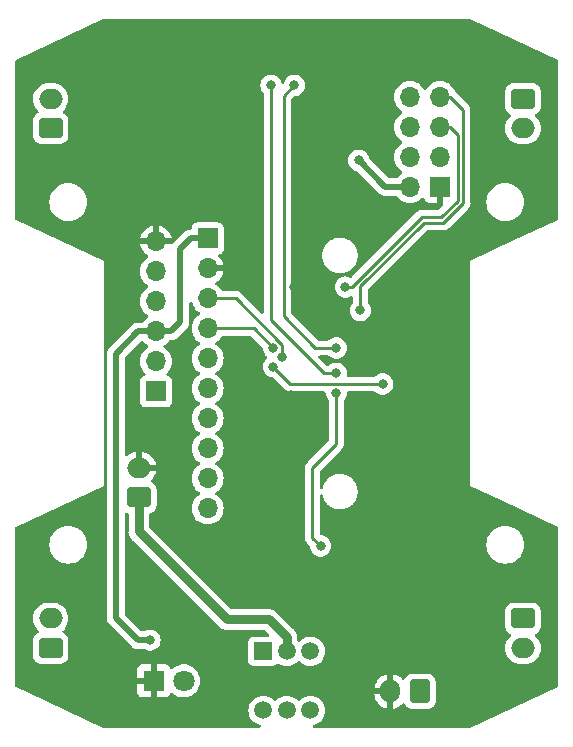
<source format=gbl>
G04 #@! TF.GenerationSoftware,KiCad,Pcbnew,7.0.8*
G04 #@! TF.CreationDate,2024-02-21T14:18:38-03:00*
G04 #@! TF.ProjectId,Drone PCB,44726f6e-6520-4504-9342-2e6b69636164,1.0*
G04 #@! TF.SameCoordinates,Original*
G04 #@! TF.FileFunction,Copper,L2,Bot*
G04 #@! TF.FilePolarity,Positive*
%FSLAX46Y46*%
G04 Gerber Fmt 4.6, Leading zero omitted, Abs format (unit mm)*
G04 Created by KiCad (PCBNEW 7.0.8) date 2024-02-21 14:18:38*
%MOMM*%
%LPD*%
G01*
G04 APERTURE LIST*
G04 Aperture macros list*
%AMRoundRect*
0 Rectangle with rounded corners*
0 $1 Rounding radius*
0 $2 $3 $4 $5 $6 $7 $8 $9 X,Y pos of 4 corners*
0 Add a 4 corners polygon primitive as box body*
4,1,4,$2,$3,$4,$5,$6,$7,$8,$9,$2,$3,0*
0 Add four circle primitives for the rounded corners*
1,1,$1+$1,$2,$3*
1,1,$1+$1,$4,$5*
1,1,$1+$1,$6,$7*
1,1,$1+$1,$8,$9*
0 Add four rect primitives between the rounded corners*
20,1,$1+$1,$2,$3,$4,$5,0*
20,1,$1+$1,$4,$5,$6,$7,0*
20,1,$1+$1,$6,$7,$8,$9,0*
20,1,$1+$1,$8,$9,$2,$3,0*%
G04 Aperture macros list end*
G04 #@! TA.AperFunction,ComponentPad*
%ADD10RoundRect,0.250000X0.750000X-0.600000X0.750000X0.600000X-0.750000X0.600000X-0.750000X-0.600000X0*%
G04 #@! TD*
G04 #@! TA.AperFunction,ComponentPad*
%ADD11O,2.000000X1.700000*%
G04 #@! TD*
G04 #@! TA.AperFunction,ComponentPad*
%ADD12R,1.800000X1.800000*%
G04 #@! TD*
G04 #@! TA.AperFunction,ComponentPad*
%ADD13C,1.800000*%
G04 #@! TD*
G04 #@! TA.AperFunction,ComponentPad*
%ADD14RoundRect,0.250000X-0.750000X0.600000X-0.750000X-0.600000X0.750000X-0.600000X0.750000X0.600000X0*%
G04 #@! TD*
G04 #@! TA.AperFunction,ComponentPad*
%ADD15R,1.700000X1.700000*%
G04 #@! TD*
G04 #@! TA.AperFunction,ComponentPad*
%ADD16O,1.700000X1.700000*%
G04 #@! TD*
G04 #@! TA.AperFunction,ComponentPad*
%ADD17R,1.500000X1.500000*%
G04 #@! TD*
G04 #@! TA.AperFunction,ComponentPad*
%ADD18C,1.500000*%
G04 #@! TD*
G04 #@! TA.AperFunction,ComponentPad*
%ADD19RoundRect,0.250000X0.600000X0.750000X-0.600000X0.750000X-0.600000X-0.750000X0.600000X-0.750000X0*%
G04 #@! TD*
G04 #@! TA.AperFunction,ComponentPad*
%ADD20O,1.700000X2.000000*%
G04 #@! TD*
G04 #@! TA.AperFunction,ViaPad*
%ADD21C,0.800000*%
G04 #@! TD*
G04 #@! TA.AperFunction,Conductor*
%ADD22C,0.500000*%
G04 #@! TD*
G04 #@! TA.AperFunction,Conductor*
%ADD23C,0.750000*%
G04 #@! TD*
G04 #@! TA.AperFunction,Conductor*
%ADD24C,0.250000*%
G04 #@! TD*
G04 APERTURE END LIST*
D10*
X127563000Y-120257000D03*
D11*
X127563000Y-117757000D03*
D12*
X136293000Y-123043000D03*
D13*
X138833000Y-123043000D03*
D14*
X167563000Y-117757000D03*
D11*
X167563000Y-120257000D03*
D10*
X127563000Y-76257000D03*
D11*
X127563000Y-73757000D03*
D10*
X135038000Y-107507000D03*
D11*
X135038000Y-105007000D03*
D15*
X160530500Y-81227000D03*
D16*
X157990500Y-81227000D03*
X160530500Y-78687000D03*
X157990500Y-78687000D03*
X160530500Y-76147000D03*
X157990500Y-76147000D03*
X160530500Y-73607000D03*
X157990500Y-73607000D03*
D14*
X167563000Y-73757000D03*
D11*
X167563000Y-76257000D03*
D15*
X136489000Y-98531000D03*
D16*
X136489000Y-95991000D03*
X136489000Y-93451000D03*
X136489000Y-90911000D03*
X136489000Y-88371000D03*
X136489000Y-85831000D03*
D15*
X140863000Y-85577000D03*
D16*
X140863000Y-88117000D03*
X140863000Y-90657000D03*
X140863000Y-93197000D03*
X140863000Y-95737000D03*
X140863000Y-98277000D03*
X140863000Y-100817000D03*
X140863000Y-103357000D03*
X140863000Y-105897000D03*
X140863000Y-108437000D03*
D17*
X145563000Y-120543000D03*
D18*
X147563000Y-120543000D03*
X149563000Y-120543000D03*
X145563000Y-125543000D03*
X147563000Y-125543000D03*
X149563000Y-125543000D03*
D19*
X158833000Y-123932000D03*
D20*
X156333000Y-123932000D03*
D21*
X160009000Y-85507000D03*
X142508000Y-74020000D03*
X151358000Y-74909000D03*
X145785000Y-102400000D03*
X149214000Y-103925000D03*
X138104000Y-78846000D03*
X146226900Y-115803000D03*
X153659000Y-103925000D03*
X146226900Y-68432000D03*
X160009000Y-93507000D03*
X148198000Y-89700000D03*
X147887000Y-98850000D03*
X148199100Y-115803000D03*
X148199100Y-68432000D03*
X135977201Y-119592799D03*
X153659000Y-78973000D03*
X153786000Y-91673000D03*
X152516000Y-89700000D03*
X155691000Y-97896000D03*
X146420000Y-96450000D03*
X146226900Y-72623000D03*
X151754000Y-97007000D03*
X148199100Y-72623000D03*
X151754000Y-94850000D03*
X151754000Y-98658000D03*
X150423800Y-111612000D03*
X146420000Y-94850000D03*
X147182000Y-95650000D03*
D22*
X153663000Y-78973000D02*
X155917000Y-81227000D01*
X134990000Y-93451000D02*
X136489000Y-93451000D01*
X138563000Y-92672000D02*
X138563000Y-86449000D01*
X139435000Y-85577000D02*
X140863000Y-85577000D01*
X135977201Y-119592799D02*
X134969799Y-119592799D01*
X137784000Y-93451000D02*
X138563000Y-92672000D01*
X136489000Y-93451000D02*
X137784000Y-93451000D01*
X133085000Y-117708000D02*
X133085000Y-95356000D01*
X134969799Y-119592799D02*
X133085000Y-117708000D01*
X138563000Y-86449000D02*
X139435000Y-85577000D01*
X155917000Y-81227000D02*
X157990500Y-81227000D01*
X133085000Y-95356000D02*
X134990000Y-93451000D01*
X153659000Y-78973000D02*
X153663000Y-78973000D01*
D23*
X146039000Y-117835000D02*
X147563000Y-119359000D01*
X135038000Y-110390000D02*
X142483000Y-117835000D01*
X147563000Y-119359000D02*
X147563000Y-120543000D01*
X135038000Y-107507000D02*
X135038000Y-110390000D01*
X142483000Y-117835000D02*
X146039000Y-117835000D01*
D24*
X162491000Y-82588396D02*
X162491000Y-74724000D01*
X153786000Y-89642396D02*
X159179396Y-84249000D01*
X160830396Y-84249000D02*
X162491000Y-82588396D01*
X153786000Y-91673000D02*
X153786000Y-89642396D01*
X162491000Y-74724000D02*
X161374000Y-73607000D01*
X161374000Y-73607000D02*
X160530500Y-73607000D01*
X159179396Y-84249000D02*
X160830396Y-84249000D01*
X152516000Y-89700000D02*
X153092000Y-89700000D01*
X158993000Y-83799000D02*
X160644000Y-83799000D01*
X153092000Y-89700000D02*
X158993000Y-83799000D01*
X160644000Y-83799000D02*
X162041000Y-82402000D01*
X162041000Y-82402000D02*
X162041000Y-76814000D01*
X161374000Y-76147000D02*
X160530500Y-76147000D01*
X162041000Y-76814000D02*
X161374000Y-76147000D01*
X155691000Y-97896000D02*
X147866000Y-97896000D01*
X147866000Y-97896000D02*
X146420000Y-96450000D01*
X146226900Y-92522900D02*
X150711000Y-97007000D01*
X150711000Y-97007000D02*
X151754000Y-97007000D01*
X146226900Y-92522900D02*
X146226900Y-72623000D01*
X147309000Y-73513100D02*
X148199100Y-72623000D01*
X149978000Y-94850000D02*
X147309000Y-92181000D01*
X147309000Y-92181000D02*
X147309000Y-73513100D01*
X151754000Y-94850000D02*
X149978000Y-94850000D01*
X151754000Y-102976000D02*
X151754000Y-98658000D01*
X151754000Y-102976000D02*
X149722000Y-105008000D01*
X149722000Y-110910200D02*
X150423800Y-111612000D01*
X149722000Y-105008000D02*
X149722000Y-110910200D01*
X144767000Y-93197000D02*
X140863000Y-93197000D01*
X146420000Y-94850000D02*
X144767000Y-93197000D01*
X143252305Y-90657000D02*
X140863000Y-90657000D01*
X147182000Y-95650000D02*
X147182000Y-94586695D01*
X147182000Y-94586695D02*
X143252305Y-90657000D01*
G04 #@! TA.AperFunction,Conductor*
G36*
X163087817Y-67019132D02*
G01*
X170490938Y-70473922D01*
X170543364Y-70520110D01*
X170562500Y-70586289D01*
X170562500Y-83927709D01*
X170542815Y-83994748D01*
X170490938Y-84040076D01*
X166834258Y-85746527D01*
X163062806Y-87506538D01*
X163062695Y-87506584D01*
X163062616Y-87506617D01*
X163062532Y-87506702D01*
X163062464Y-87506888D01*
X163062500Y-87508423D01*
X163062500Y-106505568D01*
X163062464Y-106507113D01*
X163062531Y-106507298D01*
X163062669Y-106507435D01*
X163064059Y-106508046D01*
X165662568Y-107720683D01*
X170490938Y-109973922D01*
X170543364Y-110020110D01*
X170562500Y-110086289D01*
X170562500Y-123427709D01*
X170542815Y-123494748D01*
X170490938Y-123540076D01*
X163087818Y-126994867D01*
X163035380Y-127006500D01*
X149874582Y-127006500D01*
X149807543Y-126986815D01*
X149761788Y-126934011D01*
X149751844Y-126864853D01*
X149780869Y-126801297D01*
X149839647Y-126763523D01*
X149842489Y-126762725D01*
X149913630Y-126743662D01*
X149992330Y-126722575D01*
X150190639Y-126630102D01*
X150369877Y-126504598D01*
X150524598Y-126349877D01*
X150650102Y-126170639D01*
X150742575Y-125972330D01*
X150799207Y-125760977D01*
X150818277Y-125543000D01*
X150799207Y-125325023D01*
X150752485Y-125150656D01*
X150742577Y-125113677D01*
X150742576Y-125113676D01*
X150742575Y-125113670D01*
X150650102Y-124915362D01*
X150650100Y-124915359D01*
X150650099Y-124915357D01*
X150524599Y-124736124D01*
X150475318Y-124686843D01*
X150369877Y-124581402D01*
X150190639Y-124455898D01*
X150190640Y-124455898D01*
X150190638Y-124455897D01*
X150041501Y-124386354D01*
X149992330Y-124363425D01*
X149992326Y-124363424D01*
X149992322Y-124363422D01*
X149780977Y-124306793D01*
X149563002Y-124287723D01*
X149562998Y-124287723D01*
X149420532Y-124300187D01*
X149345023Y-124306793D01*
X149345020Y-124306793D01*
X149133677Y-124363422D01*
X149133668Y-124363426D01*
X148935361Y-124455898D01*
X148935357Y-124455900D01*
X148756124Y-124581400D01*
X148650680Y-124686844D01*
X148589357Y-124720328D01*
X148519665Y-124715344D01*
X148475318Y-124686843D01*
X148369881Y-124581406D01*
X148369877Y-124581402D01*
X148190639Y-124455898D01*
X148190640Y-124455898D01*
X148190638Y-124455897D01*
X148041501Y-124386354D01*
X147992330Y-124363425D01*
X147992326Y-124363424D01*
X147992322Y-124363422D01*
X147780977Y-124306793D01*
X147563002Y-124287723D01*
X147562998Y-124287723D01*
X147420532Y-124300187D01*
X147345023Y-124306793D01*
X147345020Y-124306793D01*
X147133677Y-124363422D01*
X147133668Y-124363426D01*
X146935361Y-124455898D01*
X146935357Y-124455900D01*
X146756124Y-124581400D01*
X146650680Y-124686844D01*
X146589357Y-124720328D01*
X146519665Y-124715344D01*
X146475318Y-124686843D01*
X146369881Y-124581406D01*
X146369877Y-124581402D01*
X146190639Y-124455898D01*
X146190640Y-124455898D01*
X146190638Y-124455897D01*
X146041501Y-124386354D01*
X145992330Y-124363425D01*
X145992326Y-124363424D01*
X145992322Y-124363422D01*
X145780977Y-124306793D01*
X145563002Y-124287723D01*
X145562998Y-124287723D01*
X145420532Y-124300187D01*
X145345023Y-124306793D01*
X145345020Y-124306793D01*
X145133677Y-124363422D01*
X145133668Y-124363426D01*
X144935361Y-124455898D01*
X144935357Y-124455900D01*
X144756121Y-124581402D01*
X144601402Y-124736121D01*
X144475900Y-124915357D01*
X144475898Y-124915361D01*
X144383426Y-125113668D01*
X144383422Y-125113677D01*
X144326793Y-125325020D01*
X144326793Y-125325024D01*
X144307723Y-125542997D01*
X144307723Y-125543002D01*
X144326793Y-125760975D01*
X144326793Y-125760979D01*
X144383422Y-125972322D01*
X144383424Y-125972326D01*
X144383425Y-125972330D01*
X144429661Y-126071484D01*
X144475897Y-126170638D01*
X144475898Y-126170639D01*
X144601402Y-126349877D01*
X144756123Y-126504598D01*
X144935361Y-126630102D01*
X145133670Y-126722575D01*
X145133676Y-126722576D01*
X145133677Y-126722577D01*
X145283511Y-126762725D01*
X145343172Y-126799090D01*
X145373701Y-126861937D01*
X145365406Y-126931313D01*
X145320921Y-126985190D01*
X145254369Y-127006465D01*
X145251418Y-127006500D01*
X132090620Y-127006500D01*
X132038182Y-126994867D01*
X125600993Y-123990844D01*
X134893000Y-123990844D01*
X134899401Y-124050372D01*
X134899403Y-124050379D01*
X134949645Y-124185086D01*
X134949649Y-124185093D01*
X135035809Y-124300187D01*
X135035812Y-124300190D01*
X135150906Y-124386350D01*
X135150913Y-124386354D01*
X135285620Y-124436596D01*
X135285627Y-124436598D01*
X135345155Y-124442999D01*
X135345172Y-124443000D01*
X136043000Y-124443000D01*
X136043000Y-123417189D01*
X136095547Y-123453016D01*
X136225173Y-123493000D01*
X136326724Y-123493000D01*
X136427138Y-123477865D01*
X136543000Y-123422068D01*
X136543000Y-124443000D01*
X137240828Y-124443000D01*
X137240844Y-124442999D01*
X137300372Y-124436598D01*
X137300379Y-124436596D01*
X137435086Y-124386354D01*
X137435093Y-124386350D01*
X137550187Y-124300190D01*
X137550190Y-124300187D01*
X137636350Y-124185093D01*
X137636355Y-124185084D01*
X137665075Y-124108081D01*
X137706945Y-124052147D01*
X137772409Y-124027729D01*
X137840682Y-124042580D01*
X137872484Y-124067428D01*
X137881216Y-124076913D01*
X137881219Y-124076915D01*
X137881222Y-124076918D01*
X138064365Y-124219464D01*
X138064371Y-124219468D01*
X138064374Y-124219470D01*
X138268497Y-124329936D01*
X138366047Y-124363425D01*
X138488015Y-124405297D01*
X138488017Y-124405297D01*
X138488019Y-124405298D01*
X138716951Y-124443500D01*
X138716952Y-124443500D01*
X138949048Y-124443500D01*
X138949049Y-124443500D01*
X139177981Y-124405298D01*
X139397503Y-124329936D01*
X139601626Y-124219470D01*
X139649768Y-124182000D01*
X154986592Y-124182000D01*
X154998430Y-124317315D01*
X154998432Y-124317326D01*
X155059566Y-124545483D01*
X155059570Y-124545492D01*
X155159399Y-124759577D01*
X155159400Y-124759579D01*
X155294886Y-124953073D01*
X155294891Y-124953079D01*
X155461917Y-125120105D01*
X155655421Y-125255600D01*
X155869507Y-125355429D01*
X155869516Y-125355433D01*
X156083000Y-125412634D01*
X156083000Y-124367501D01*
X156190685Y-124416680D01*
X156297237Y-124432000D01*
X156368763Y-124432000D01*
X156475315Y-124416680D01*
X156583000Y-124367501D01*
X156583000Y-125412633D01*
X156796483Y-125355433D01*
X156796492Y-125355429D01*
X157010577Y-125255600D01*
X157010579Y-125255599D01*
X157204073Y-125120113D01*
X157204079Y-125120108D01*
X157351331Y-124972857D01*
X157412654Y-124939372D01*
X157482346Y-124944356D01*
X157538279Y-124986228D01*
X157544551Y-124995441D01*
X157548186Y-125001334D01*
X157640288Y-125150656D01*
X157764344Y-125274712D01*
X157913666Y-125366814D01*
X158080203Y-125421999D01*
X158182991Y-125432500D01*
X159483008Y-125432499D01*
X159585797Y-125421999D01*
X159752334Y-125366814D01*
X159901656Y-125274712D01*
X160025712Y-125150656D01*
X160117814Y-125001334D01*
X160172999Y-124834797D01*
X160183500Y-124732009D01*
X160183499Y-123131992D01*
X160180682Y-123104420D01*
X160172999Y-123029203D01*
X160172998Y-123029200D01*
X160144015Y-122941735D01*
X160117814Y-122862666D01*
X160025712Y-122713344D01*
X159901656Y-122589288D01*
X159752334Y-122497186D01*
X159585797Y-122442001D01*
X159585795Y-122442000D01*
X159483010Y-122431500D01*
X158182998Y-122431500D01*
X158182981Y-122431501D01*
X158080203Y-122442000D01*
X158080200Y-122442001D01*
X157913668Y-122497185D01*
X157913663Y-122497187D01*
X157764342Y-122589289D01*
X157640288Y-122713343D01*
X157640285Y-122713347D01*
X157544550Y-122868558D01*
X157492602Y-122915283D01*
X157423640Y-122926504D01*
X157359558Y-122898661D01*
X157351331Y-122891143D01*
X157204078Y-122743891D01*
X157010578Y-122608399D01*
X156796492Y-122508570D01*
X156796486Y-122508567D01*
X156583000Y-122451364D01*
X156583000Y-123496498D01*
X156475315Y-123447320D01*
X156368763Y-123432000D01*
X156297237Y-123432000D01*
X156190685Y-123447320D01*
X156083000Y-123496498D01*
X156083000Y-122451364D01*
X156082999Y-122451364D01*
X155869513Y-122508567D01*
X155869507Y-122508570D01*
X155655422Y-122608399D01*
X155655420Y-122608400D01*
X155461926Y-122743886D01*
X155461920Y-122743891D01*
X155294891Y-122910920D01*
X155294886Y-122910926D01*
X155159400Y-123104420D01*
X155159399Y-123104422D01*
X155059570Y-123318507D01*
X155059566Y-123318516D01*
X154998432Y-123546673D01*
X154998430Y-123546684D01*
X154986592Y-123681999D01*
X154986593Y-123682000D01*
X155899314Y-123682000D01*
X155873507Y-123722156D01*
X155833000Y-123860111D01*
X155833000Y-124003889D01*
X155873507Y-124141844D01*
X155899314Y-124182000D01*
X154986592Y-124182000D01*
X139649768Y-124182000D01*
X139784784Y-124076913D01*
X139941979Y-123906153D01*
X140068924Y-123711849D01*
X140162157Y-123499300D01*
X140219134Y-123274305D01*
X140224524Y-123209260D01*
X140238300Y-123043006D01*
X140238300Y-123042993D01*
X140219135Y-122811702D01*
X140219133Y-122811691D01*
X140162157Y-122586699D01*
X140068924Y-122374151D01*
X139941983Y-122179852D01*
X139941980Y-122179849D01*
X139941979Y-122179847D01*
X139784784Y-122009087D01*
X139784779Y-122009083D01*
X139784777Y-122009081D01*
X139601634Y-121866535D01*
X139601628Y-121866531D01*
X139397504Y-121756064D01*
X139397495Y-121756061D01*
X139177984Y-121680702D01*
X138990404Y-121649401D01*
X138949049Y-121642500D01*
X138716951Y-121642500D01*
X138675596Y-121649401D01*
X138488015Y-121680702D01*
X138268504Y-121756061D01*
X138268495Y-121756064D01*
X138064371Y-121866531D01*
X138064365Y-121866535D01*
X137881222Y-122009081D01*
X137881215Y-122009087D01*
X137872484Y-122018572D01*
X137812595Y-122054561D01*
X137742757Y-122052458D01*
X137685143Y-122012932D01*
X137665075Y-121977918D01*
X137636355Y-121900915D01*
X137636350Y-121900906D01*
X137550190Y-121785812D01*
X137550187Y-121785809D01*
X137435093Y-121699649D01*
X137435086Y-121699645D01*
X137300379Y-121649403D01*
X137300372Y-121649401D01*
X137240844Y-121643000D01*
X136543000Y-121643000D01*
X136543000Y-122668810D01*
X136490453Y-122632984D01*
X136360827Y-122593000D01*
X136259276Y-122593000D01*
X136158862Y-122608135D01*
X136043000Y-122663931D01*
X136043000Y-121643000D01*
X135345155Y-121643000D01*
X135285627Y-121649401D01*
X135285620Y-121649403D01*
X135150913Y-121699645D01*
X135150906Y-121699649D01*
X135035812Y-121785809D01*
X135035809Y-121785812D01*
X134949649Y-121900906D01*
X134949645Y-121900913D01*
X134899403Y-122035620D01*
X134899401Y-122035627D01*
X134893000Y-122095155D01*
X134893000Y-122793000D01*
X135917722Y-122793000D01*
X135869375Y-122876740D01*
X135839190Y-123008992D01*
X135849327Y-123144265D01*
X135898887Y-123270541D01*
X135916797Y-123293000D01*
X134893000Y-123293000D01*
X134893000Y-123990844D01*
X125600993Y-123990844D01*
X124635062Y-123540076D01*
X124582636Y-123493888D01*
X124563500Y-123427709D01*
X124563500Y-117757000D01*
X126057341Y-117757000D01*
X126077936Y-117992403D01*
X126077938Y-117992413D01*
X126139094Y-118220655D01*
X126139096Y-118220659D01*
X126139097Y-118220663D01*
X126151092Y-118246386D01*
X126238964Y-118434828D01*
X126238965Y-118434830D01*
X126374505Y-118628402D01*
X126521704Y-118775601D01*
X126555189Y-118836924D01*
X126550205Y-118906616D01*
X126508333Y-118962549D01*
X126499120Y-118968820D01*
X126344347Y-119064285D01*
X126344343Y-119064288D01*
X126220289Y-119188342D01*
X126128187Y-119337663D01*
X126128185Y-119337668D01*
X126109328Y-119394576D01*
X126073001Y-119504203D01*
X126073001Y-119504204D01*
X126073000Y-119504204D01*
X126062500Y-119606983D01*
X126062500Y-120907001D01*
X126062501Y-120907018D01*
X126073000Y-121009796D01*
X126073001Y-121009799D01*
X126112303Y-121128402D01*
X126128186Y-121176334D01*
X126220288Y-121325656D01*
X126344344Y-121449712D01*
X126493666Y-121541814D01*
X126660203Y-121596999D01*
X126762991Y-121607500D01*
X128363008Y-121607499D01*
X128465797Y-121596999D01*
X128632334Y-121541814D01*
X128781656Y-121449712D01*
X128905712Y-121325656D01*
X128997814Y-121176334D01*
X129052999Y-121009797D01*
X129063500Y-120907009D01*
X129063499Y-119606992D01*
X129060656Y-119579165D01*
X129052999Y-119504203D01*
X129052998Y-119504200D01*
X129030217Y-119435452D01*
X128997814Y-119337666D01*
X128905712Y-119188344D01*
X128781656Y-119064288D01*
X128659951Y-118989220D01*
X128626879Y-118968821D01*
X128580155Y-118916873D01*
X128568932Y-118847910D01*
X128596776Y-118783828D01*
X128604295Y-118775601D01*
X128672297Y-118707599D01*
X128751495Y-118628401D01*
X128887035Y-118434830D01*
X128986903Y-118220663D01*
X129048063Y-117992408D01*
X129068659Y-117757000D01*
X129062449Y-117686025D01*
X132329710Y-117686025D01*
X132334264Y-117738064D01*
X132334500Y-117743470D01*
X132334500Y-117751709D01*
X132338306Y-117784274D01*
X132345000Y-117860791D01*
X132346461Y-117867867D01*
X132346403Y-117867878D01*
X132348034Y-117875237D01*
X132348092Y-117875224D01*
X132349757Y-117882250D01*
X132376025Y-117954424D01*
X132400185Y-118027331D01*
X132403236Y-118033874D01*
X132403182Y-118033898D01*
X132406470Y-118040688D01*
X132406521Y-118040663D01*
X132409761Y-118047113D01*
X132409762Y-118047114D01*
X132409763Y-118047117D01*
X132451965Y-118111283D01*
X132492287Y-118176655D01*
X132496766Y-118182319D01*
X132496719Y-118182356D01*
X132501482Y-118188202D01*
X132501528Y-118188164D01*
X132506173Y-118193700D01*
X132562018Y-118246386D01*
X134394066Y-120078433D01*
X134405847Y-120092065D01*
X134420189Y-120111329D01*
X134460219Y-120144918D01*
X134464191Y-120148558D01*
X134470022Y-120154389D01*
X134470021Y-120154389D01*
X134495743Y-120174726D01*
X134554585Y-120224101D01*
X134554593Y-120224105D01*
X134560623Y-120228072D01*
X134560589Y-120228122D01*
X134566936Y-120232165D01*
X134566968Y-120232115D01*
X134573117Y-120235907D01*
X134573119Y-120235908D01*
X134573122Y-120235910D01*
X134642729Y-120268368D01*
X134711366Y-120302839D01*
X134711375Y-120302841D01*
X134718154Y-120305309D01*
X134718133Y-120305366D01*
X134725250Y-120307839D01*
X134725269Y-120307783D01*
X134732129Y-120310056D01*
X134804604Y-120325020D01*
X134807331Y-120325583D01*
X134882078Y-120343299D01*
X134882087Y-120343299D01*
X134889251Y-120344137D01*
X134889244Y-120344196D01*
X134896745Y-120344962D01*
X134896751Y-120344903D01*
X134903939Y-120345532D01*
X134903942Y-120345531D01*
X134903943Y-120345532D01*
X134980697Y-120343299D01*
X135437864Y-120343299D01*
X135504903Y-120362984D01*
X135510749Y-120366981D01*
X135524466Y-120376947D01*
X135524471Y-120376950D01*
X135697393Y-120453941D01*
X135697398Y-120453943D01*
X135882555Y-120493299D01*
X135882556Y-120493299D01*
X136071845Y-120493299D01*
X136071847Y-120493299D01*
X136257004Y-120453943D01*
X136429931Y-120376950D01*
X136583072Y-120265687D01*
X136709734Y-120125015D01*
X136804380Y-119961083D01*
X136862875Y-119781055D01*
X136882661Y-119592799D01*
X136862875Y-119404543D01*
X136804380Y-119224515D01*
X136709734Y-119060583D01*
X136583072Y-118919911D01*
X136564773Y-118906616D01*
X136429935Y-118808650D01*
X136429930Y-118808647D01*
X136257008Y-118731656D01*
X136257003Y-118731654D01*
X136111202Y-118700664D01*
X136071847Y-118692299D01*
X135882555Y-118692299D01*
X135850098Y-118699197D01*
X135697398Y-118731654D01*
X135697393Y-118731656D01*
X135524471Y-118808647D01*
X135524466Y-118808650D01*
X135510749Y-118818617D01*
X135444943Y-118842097D01*
X135437864Y-118842299D01*
X135332029Y-118842299D01*
X135264990Y-118822614D01*
X135244348Y-118805980D01*
X133871819Y-117433451D01*
X133838334Y-117372128D01*
X133835500Y-117345770D01*
X133835500Y-108919407D01*
X133855185Y-108852368D01*
X133907989Y-108806613D01*
X133977147Y-108796669D01*
X133998500Y-108801700D01*
X134077505Y-108827879D01*
X134134949Y-108867652D01*
X134161772Y-108932167D01*
X134162500Y-108945585D01*
X134162500Y-110351897D01*
X134162295Y-110356931D01*
X134157660Y-110413843D01*
X134168914Y-110496441D01*
X134177927Y-110579316D01*
X134177929Y-110579327D01*
X134177990Y-110579506D01*
X134183340Y-110602331D01*
X134183366Y-110602525D01*
X134183369Y-110602536D01*
X134212119Y-110680794D01*
X134238730Y-110759774D01*
X134238734Y-110759782D01*
X134238832Y-110759945D01*
X134248969Y-110781099D01*
X134249036Y-110781283D01*
X134249038Y-110781286D01*
X134249039Y-110781288D01*
X134293940Y-110851536D01*
X134336911Y-110922954D01*
X134337042Y-110923092D01*
X134351495Y-110941579D01*
X134351602Y-110941747D01*
X134410552Y-111000696D01*
X134467871Y-111061207D01*
X134468028Y-111061314D01*
X134486121Y-111076265D01*
X141836992Y-118427136D01*
X141840396Y-118430829D01*
X141877362Y-118474350D01*
X141877363Y-118474351D01*
X141877365Y-118474352D01*
X141877369Y-118474357D01*
X141923993Y-118509799D01*
X141943737Y-118524808D01*
X142008699Y-118577027D01*
X142008701Y-118577029D01*
X142008872Y-118577114D01*
X142028814Y-118589483D01*
X142028971Y-118589602D01*
X142104640Y-118624610D01*
X142179307Y-118661641D01*
X142179481Y-118661684D01*
X142201626Y-118669480D01*
X142201803Y-118669562D01*
X142201806Y-118669562D01*
X142201807Y-118669563D01*
X142201806Y-118669563D01*
X142283228Y-118687485D01*
X142284463Y-118687792D01*
X142364111Y-118707600D01*
X142364284Y-118707604D01*
X142387602Y-118710460D01*
X142387784Y-118710500D01*
X142387787Y-118710500D01*
X142471160Y-118710500D01*
X142554473Y-118712757D01*
X142554655Y-118712721D01*
X142578023Y-118710500D01*
X145624994Y-118710500D01*
X145692033Y-118730185D01*
X145712675Y-118746819D01*
X146046675Y-119080819D01*
X146080160Y-119142142D01*
X146075176Y-119211834D01*
X146033304Y-119267767D01*
X145967840Y-119292184D01*
X145958994Y-119292500D01*
X144765129Y-119292500D01*
X144765123Y-119292501D01*
X144705516Y-119298908D01*
X144570671Y-119349202D01*
X144570664Y-119349206D01*
X144455455Y-119435452D01*
X144455452Y-119435455D01*
X144369206Y-119550664D01*
X144369202Y-119550671D01*
X144318908Y-119685517D01*
X144312501Y-119745116D01*
X144312500Y-119745135D01*
X144312500Y-121340870D01*
X144312501Y-121340876D01*
X144318908Y-121400483D01*
X144369202Y-121535328D01*
X144369206Y-121535335D01*
X144455452Y-121650544D01*
X144455455Y-121650547D01*
X144570664Y-121736793D01*
X144570671Y-121736797D01*
X144705517Y-121787091D01*
X144705516Y-121787091D01*
X144712444Y-121787835D01*
X144765127Y-121793500D01*
X146360872Y-121793499D01*
X146420483Y-121787091D01*
X146555331Y-121736796D01*
X146670546Y-121650546D01*
X146699670Y-121611641D01*
X146755602Y-121569770D01*
X146825294Y-121564786D01*
X146870058Y-121584376D01*
X146935361Y-121630102D01*
X147133670Y-121722575D01*
X147345023Y-121779207D01*
X147527926Y-121795208D01*
X147562998Y-121798277D01*
X147563000Y-121798277D01*
X147563002Y-121798277D01*
X147591254Y-121795805D01*
X147780977Y-121779207D01*
X147992330Y-121722575D01*
X148190639Y-121630102D01*
X148369877Y-121504598D01*
X148475319Y-121399156D01*
X148536642Y-121365671D01*
X148606334Y-121370655D01*
X148650681Y-121399156D01*
X148756123Y-121504598D01*
X148935361Y-121630102D01*
X149133670Y-121722575D01*
X149345023Y-121779207D01*
X149527926Y-121795208D01*
X149562998Y-121798277D01*
X149563000Y-121798277D01*
X149563002Y-121798277D01*
X149591254Y-121795805D01*
X149780977Y-121779207D01*
X149992330Y-121722575D01*
X150190639Y-121630102D01*
X150369877Y-121504598D01*
X150524598Y-121349877D01*
X150650102Y-121170639D01*
X150742575Y-120972330D01*
X150799207Y-120760977D01*
X150818277Y-120543000D01*
X150799207Y-120325023D01*
X150780980Y-120257000D01*
X166057341Y-120257000D01*
X166077936Y-120492403D01*
X166077938Y-120492413D01*
X166139094Y-120720655D01*
X166139096Y-120720659D01*
X166139097Y-120720663D01*
X166157895Y-120760975D01*
X166238964Y-120934828D01*
X166238965Y-120934830D01*
X166374505Y-121128402D01*
X166541597Y-121295494D01*
X166735169Y-121431034D01*
X166735171Y-121431035D01*
X166949337Y-121530903D01*
X166949343Y-121530904D01*
X166949344Y-121530905D01*
X166990050Y-121541812D01*
X167177592Y-121592063D01*
X167354034Y-121607500D01*
X167771966Y-121607500D01*
X167948408Y-121592063D01*
X168176663Y-121530903D01*
X168390829Y-121431035D01*
X168584401Y-121295495D01*
X168751495Y-121128401D01*
X168887035Y-120934830D01*
X168986903Y-120720663D01*
X169048063Y-120492408D01*
X169068659Y-120257000D01*
X169048063Y-120021592D01*
X168986903Y-119793337D01*
X168887035Y-119579171D01*
X168887034Y-119579169D01*
X168751494Y-119385597D01*
X168604295Y-119238398D01*
X168570810Y-119177075D01*
X168575794Y-119107383D01*
X168617666Y-119051450D01*
X168626880Y-119045178D01*
X168632334Y-119041814D01*
X168781656Y-118949712D01*
X168905712Y-118825656D01*
X168997814Y-118676334D01*
X169052999Y-118509797D01*
X169063500Y-118407009D01*
X169063499Y-117106992D01*
X169062066Y-117092968D01*
X169052999Y-117004203D01*
X169052998Y-117004200D01*
X169039147Y-116962400D01*
X168997814Y-116837666D01*
X168905712Y-116688344D01*
X168781656Y-116564288D01*
X168688888Y-116507069D01*
X168632336Y-116472187D01*
X168632331Y-116472185D01*
X168630862Y-116471698D01*
X168465797Y-116417001D01*
X168465795Y-116417000D01*
X168363010Y-116406500D01*
X166762998Y-116406500D01*
X166762981Y-116406501D01*
X166660203Y-116417000D01*
X166660200Y-116417001D01*
X166493668Y-116472185D01*
X166493663Y-116472187D01*
X166344342Y-116564289D01*
X166220289Y-116688342D01*
X166128187Y-116837663D01*
X166128185Y-116837668D01*
X166112301Y-116885604D01*
X166073001Y-117004203D01*
X166073001Y-117004204D01*
X166073000Y-117004204D01*
X166062500Y-117106983D01*
X166062500Y-118407001D01*
X166062501Y-118407018D01*
X166073000Y-118509796D01*
X166073001Y-118509799D01*
X166128185Y-118676331D01*
X166128187Y-118676336D01*
X166149260Y-118710500D01*
X166215946Y-118818617D01*
X166220289Y-118825657D01*
X166344344Y-118949712D01*
X166499120Y-119045178D01*
X166545845Y-119097126D01*
X166557068Y-119166088D01*
X166529224Y-119230171D01*
X166521706Y-119238398D01*
X166374501Y-119385603D01*
X166374501Y-119385604D01*
X166238967Y-119579165D01*
X166238965Y-119579169D01*
X166139098Y-119793335D01*
X166139094Y-119793344D01*
X166077938Y-120021586D01*
X166077936Y-120021596D01*
X166057341Y-120256999D01*
X166057341Y-120257000D01*
X150780980Y-120257000D01*
X150742575Y-120113670D01*
X150650102Y-119915362D01*
X150650100Y-119915359D01*
X150650099Y-119915357D01*
X150524599Y-119736124D01*
X150473992Y-119685517D01*
X150369877Y-119581402D01*
X150190639Y-119455898D01*
X150190640Y-119455898D01*
X150190638Y-119455897D01*
X150064542Y-119397098D01*
X149992330Y-119363425D01*
X149992326Y-119363424D01*
X149992322Y-119363422D01*
X149780977Y-119306793D01*
X149563002Y-119287723D01*
X149562998Y-119287723D01*
X149435151Y-119298908D01*
X149345023Y-119306793D01*
X149345020Y-119306793D01*
X149133677Y-119363422D01*
X149133668Y-119363426D01*
X148935361Y-119455898D01*
X148935357Y-119455900D01*
X148756124Y-119581400D01*
X148650680Y-119686844D01*
X148589357Y-119720328D01*
X148519665Y-119715344D01*
X148475318Y-119686843D01*
X148474819Y-119686344D01*
X148441334Y-119625021D01*
X148438500Y-119598663D01*
X148438500Y-119397098D01*
X148438705Y-119392063D01*
X148440205Y-119373630D01*
X148443339Y-119335152D01*
X148432085Y-119252556D01*
X148423073Y-119169684D01*
X148423015Y-119169512D01*
X148417655Y-119146641D01*
X148417631Y-119146462D01*
X148388883Y-119068213D01*
X148362267Y-118989220D01*
X148362168Y-118989055D01*
X148352022Y-118967879D01*
X148351961Y-118967715D01*
X148351960Y-118967712D01*
X148307068Y-118897478D01*
X148264089Y-118826046D01*
X148263955Y-118825904D01*
X148249504Y-118807419D01*
X148249400Y-118807256D01*
X148190447Y-118748303D01*
X148133129Y-118687793D01*
X148132970Y-118687685D01*
X148114877Y-118672733D01*
X147434547Y-117992403D01*
X146684999Y-117242855D01*
X146681608Y-117239176D01*
X146644631Y-117195643D01*
X146578262Y-117145191D01*
X146513297Y-117092970D01*
X146513294Y-117092968D01*
X146513120Y-117092882D01*
X146493182Y-117080514D01*
X146493029Y-117080397D01*
X146493027Y-117080396D01*
X146417359Y-117045389D01*
X146342693Y-117008359D01*
X146342689Y-117008358D01*
X146342680Y-117008355D01*
X146342488Y-117008307D01*
X146320385Y-117000525D01*
X146320198Y-117000438D01*
X146320194Y-117000437D01*
X146238771Y-116982514D01*
X146157885Y-116962399D01*
X146157689Y-116962394D01*
X146134413Y-116959543D01*
X146134222Y-116959501D01*
X146134219Y-116959500D01*
X146134216Y-116959500D01*
X146134212Y-116959500D01*
X146050840Y-116959500D01*
X145967527Y-116957243D01*
X145967526Y-116957243D01*
X145967345Y-116957278D01*
X145943977Y-116959500D01*
X142897006Y-116959500D01*
X142829967Y-116939815D01*
X142809325Y-116923181D01*
X135949819Y-110063675D01*
X135916334Y-110002352D01*
X135913500Y-109975994D01*
X135913500Y-108945585D01*
X135933185Y-108878546D01*
X135985989Y-108832791D01*
X135998489Y-108827881D01*
X136107334Y-108791814D01*
X136256656Y-108699712D01*
X136380712Y-108575656D01*
X136472814Y-108426334D01*
X136527999Y-108259797D01*
X136538500Y-108157009D01*
X136538499Y-106856992D01*
X136532286Y-106796175D01*
X136527999Y-106754203D01*
X136527998Y-106754200D01*
X136498553Y-106665342D01*
X136472814Y-106587666D01*
X136380712Y-106438344D01*
X136256656Y-106314288D01*
X136107334Y-106222186D01*
X136101441Y-106218551D01*
X136054717Y-106166603D01*
X136043494Y-106097640D01*
X136071338Y-106033558D01*
X136078857Y-106025331D01*
X136226105Y-105878082D01*
X136361600Y-105684578D01*
X136461429Y-105470492D01*
X136461432Y-105470486D01*
X136518636Y-105257000D01*
X135471686Y-105257000D01*
X135497493Y-105216844D01*
X135538000Y-105078889D01*
X135538000Y-104935111D01*
X135497493Y-104797156D01*
X135471686Y-104757000D01*
X136518636Y-104757000D01*
X136518635Y-104756999D01*
X136461432Y-104543513D01*
X136461429Y-104543507D01*
X136361600Y-104329422D01*
X136361599Y-104329420D01*
X136226113Y-104135926D01*
X136226108Y-104135920D01*
X136059079Y-103968891D01*
X136059073Y-103968886D01*
X135865579Y-103833400D01*
X135865577Y-103833399D01*
X135651492Y-103733570D01*
X135651483Y-103733566D01*
X135423326Y-103672432D01*
X135423316Y-103672430D01*
X135288000Y-103660590D01*
X135288000Y-104571498D01*
X135180315Y-104522320D01*
X135073763Y-104507000D01*
X135002237Y-104507000D01*
X134895685Y-104522320D01*
X134788000Y-104571498D01*
X134788000Y-103660591D01*
X134787999Y-103660590D01*
X134652683Y-103672430D01*
X134652673Y-103672432D01*
X134424516Y-103733566D01*
X134424507Y-103733570D01*
X134210422Y-103833399D01*
X134210420Y-103833400D01*
X134030623Y-103959296D01*
X133964417Y-103981623D01*
X133896650Y-103964613D01*
X133848837Y-103913665D01*
X133835500Y-103857721D01*
X133835500Y-95718230D01*
X133855185Y-95651191D01*
X133871819Y-95630549D01*
X134551710Y-94950658D01*
X135234595Y-94267772D01*
X135295916Y-94234289D01*
X135365608Y-94239273D01*
X135421541Y-94281145D01*
X135423848Y-94284331D01*
X135450505Y-94322401D01*
X135617597Y-94489493D01*
X135617603Y-94489498D01*
X135803158Y-94619425D01*
X135846783Y-94674002D01*
X135853977Y-94743500D01*
X135822454Y-94805855D01*
X135803158Y-94822575D01*
X135617597Y-94952505D01*
X135450505Y-95119597D01*
X135314965Y-95313169D01*
X135314964Y-95313171D01*
X135215098Y-95527335D01*
X135215094Y-95527344D01*
X135153938Y-95755586D01*
X135153936Y-95755596D01*
X135133341Y-95990999D01*
X135133341Y-95991000D01*
X135153936Y-96226403D01*
X135153938Y-96226413D01*
X135215094Y-96454655D01*
X135215096Y-96454659D01*
X135215097Y-96454663D01*
X135300922Y-96638715D01*
X135314965Y-96668830D01*
X135314967Y-96668834D01*
X135389655Y-96775498D01*
X135450501Y-96862396D01*
X135450506Y-96862402D01*
X135572430Y-96984326D01*
X135605915Y-97045649D01*
X135600931Y-97115341D01*
X135559059Y-97171274D01*
X135528083Y-97188189D01*
X135396669Y-97237203D01*
X135396664Y-97237206D01*
X135281455Y-97323452D01*
X135281452Y-97323455D01*
X135195206Y-97438664D01*
X135195202Y-97438671D01*
X135144908Y-97573517D01*
X135138501Y-97633116D01*
X135138501Y-97633123D01*
X135138500Y-97633135D01*
X135138500Y-99428870D01*
X135138501Y-99428876D01*
X135144908Y-99488483D01*
X135195202Y-99623328D01*
X135195206Y-99623335D01*
X135281452Y-99738544D01*
X135281455Y-99738547D01*
X135396664Y-99824793D01*
X135396671Y-99824797D01*
X135531517Y-99875091D01*
X135531516Y-99875091D01*
X135538444Y-99875835D01*
X135591127Y-99881500D01*
X137386872Y-99881499D01*
X137446483Y-99875091D01*
X137581331Y-99824796D01*
X137696546Y-99738546D01*
X137782796Y-99623331D01*
X137833091Y-99488483D01*
X137839500Y-99428873D01*
X137839499Y-97633128D01*
X137833091Y-97573517D01*
X137816008Y-97527716D01*
X137782797Y-97438671D01*
X137782793Y-97438664D01*
X137696547Y-97323455D01*
X137696544Y-97323452D01*
X137581335Y-97237206D01*
X137581328Y-97237202D01*
X137449917Y-97188189D01*
X137393983Y-97146318D01*
X137369566Y-97080853D01*
X137384418Y-97012580D01*
X137405563Y-96984332D01*
X137527495Y-96862401D01*
X137663035Y-96668830D01*
X137762903Y-96454663D01*
X137824063Y-96226408D01*
X137844659Y-95991000D01*
X137824063Y-95755592D01*
X137762903Y-95527337D01*
X137663035Y-95313171D01*
X137646912Y-95290144D01*
X137527494Y-95119597D01*
X137360402Y-94952506D01*
X137360396Y-94952501D01*
X137174842Y-94822575D01*
X137131217Y-94767998D01*
X137124023Y-94698500D01*
X137155546Y-94636145D01*
X137174842Y-94619425D01*
X137255475Y-94562965D01*
X137360401Y-94489495D01*
X137527495Y-94322401D01*
X137575127Y-94254376D01*
X137629704Y-94210751D01*
X137676701Y-94201500D01*
X137720295Y-94201500D01*
X137738265Y-94202809D01*
X137762023Y-94206289D01*
X137814068Y-94201735D01*
X137819470Y-94201500D01*
X137827704Y-94201500D01*
X137827709Y-94201500D01*
X137839327Y-94200141D01*
X137860276Y-94197693D01*
X137873028Y-94196577D01*
X137936797Y-94190999D01*
X137936805Y-94190996D01*
X137943866Y-94189539D01*
X137943878Y-94189598D01*
X137951243Y-94187965D01*
X137951229Y-94187906D01*
X137958246Y-94186241D01*
X137958255Y-94186241D01*
X138030423Y-94159974D01*
X138103334Y-94135814D01*
X138103343Y-94135807D01*
X138109882Y-94132760D01*
X138109908Y-94132816D01*
X138116690Y-94129532D01*
X138116663Y-94129478D01*
X138123106Y-94126240D01*
X138123117Y-94126237D01*
X138187283Y-94084034D01*
X138252656Y-94043712D01*
X138252662Y-94043705D01*
X138258325Y-94039229D01*
X138258362Y-94039277D01*
X138264204Y-94034518D01*
X138264164Y-94034471D01*
X138269686Y-94029836D01*
X138269696Y-94029830D01*
X138291399Y-94006825D01*
X138322387Y-93973981D01*
X138863963Y-93432403D01*
X139048641Y-93247724D01*
X139062260Y-93235954D01*
X139081530Y-93221610D01*
X139115123Y-93181574D01*
X139118757Y-93177608D01*
X139124590Y-93171777D01*
X139144927Y-93146055D01*
X139194302Y-93087214D01*
X139194304Y-93087209D01*
X139198272Y-93081179D01*
X139198323Y-93081212D01*
X139202369Y-93074860D01*
X139202317Y-93074828D01*
X139206109Y-93068679D01*
X139206111Y-93068677D01*
X139238569Y-92999069D01*
X139273040Y-92930433D01*
X139273043Y-92930417D01*
X139275510Y-92923644D01*
X139275568Y-92923665D01*
X139278043Y-92916546D01*
X139277985Y-92916527D01*
X139280256Y-92909672D01*
X139288001Y-92872164D01*
X139295784Y-92834467D01*
X139313500Y-92759721D01*
X139313500Y-92759720D01*
X139314339Y-92752548D01*
X139314397Y-92752554D01*
X139315164Y-92745056D01*
X139315104Y-92745051D01*
X139315733Y-92737860D01*
X139315601Y-92733337D01*
X139313500Y-92661102D01*
X139313500Y-91033993D01*
X139333185Y-90966954D01*
X139385989Y-90921199D01*
X139455147Y-90911255D01*
X139518703Y-90940280D01*
X139556477Y-90999058D01*
X139557275Y-91001900D01*
X139589094Y-91120655D01*
X139589096Y-91120659D01*
X139589097Y-91120663D01*
X139664563Y-91282500D01*
X139688965Y-91334830D01*
X139688967Y-91334834D01*
X139793933Y-91484740D01*
X139824501Y-91528396D01*
X139824506Y-91528402D01*
X139991597Y-91695493D01*
X139991603Y-91695498D01*
X140177158Y-91825425D01*
X140220783Y-91880002D01*
X140227977Y-91949500D01*
X140196454Y-92011855D01*
X140177158Y-92028575D01*
X139991597Y-92158505D01*
X139824505Y-92325597D01*
X139688965Y-92519169D01*
X139688964Y-92519171D01*
X139589098Y-92733335D01*
X139589094Y-92733344D01*
X139527938Y-92961586D01*
X139527936Y-92961596D01*
X139507341Y-93196999D01*
X139507341Y-93197000D01*
X139527936Y-93432403D01*
X139527938Y-93432413D01*
X139589094Y-93660655D01*
X139589096Y-93660659D01*
X139589097Y-93660663D01*
X139664563Y-93822500D01*
X139688965Y-93874830D01*
X139688967Y-93874834D01*
X139797281Y-94029521D01*
X139824501Y-94068396D01*
X139824506Y-94068402D01*
X139991597Y-94235493D01*
X139991603Y-94235498D01*
X140177158Y-94365425D01*
X140220783Y-94420002D01*
X140227977Y-94489500D01*
X140196454Y-94551855D01*
X140177158Y-94568575D01*
X139991597Y-94698505D01*
X139824505Y-94865597D01*
X139688965Y-95059169D01*
X139688964Y-95059171D01*
X139589098Y-95273335D01*
X139589094Y-95273344D01*
X139527938Y-95501586D01*
X139527936Y-95501596D01*
X139507341Y-95736999D01*
X139507341Y-95737000D01*
X139527936Y-95972403D01*
X139527938Y-95972413D01*
X139589094Y-96200655D01*
X139589096Y-96200659D01*
X139589097Y-96200663D01*
X139654292Y-96340474D01*
X139688965Y-96414830D01*
X139688967Y-96414834D01*
X139824501Y-96608395D01*
X139824506Y-96608402D01*
X139991597Y-96775493D01*
X139991603Y-96775498D01*
X140177158Y-96905425D01*
X140220783Y-96960002D01*
X140227977Y-97029500D01*
X140196454Y-97091855D01*
X140177158Y-97108575D01*
X139991597Y-97238505D01*
X139824505Y-97405597D01*
X139688965Y-97599169D01*
X139688964Y-97599171D01*
X139589098Y-97813335D01*
X139589094Y-97813344D01*
X139527938Y-98041586D01*
X139527936Y-98041596D01*
X139507341Y-98276999D01*
X139507341Y-98277000D01*
X139527936Y-98512403D01*
X139527938Y-98512413D01*
X139589094Y-98740655D01*
X139589096Y-98740659D01*
X139589097Y-98740663D01*
X139688965Y-98954830D01*
X139688967Y-98954834D01*
X139824501Y-99148395D01*
X139824506Y-99148402D01*
X139991597Y-99315493D01*
X139991603Y-99315498D01*
X140177158Y-99445425D01*
X140220783Y-99500002D01*
X140227977Y-99569500D01*
X140196454Y-99631855D01*
X140177158Y-99648575D01*
X139991597Y-99778505D01*
X139824505Y-99945597D01*
X139688965Y-100139169D01*
X139688964Y-100139171D01*
X139589098Y-100353335D01*
X139589094Y-100353344D01*
X139527938Y-100581586D01*
X139527936Y-100581596D01*
X139507341Y-100816999D01*
X139507341Y-100817000D01*
X139527936Y-101052403D01*
X139527938Y-101052413D01*
X139589094Y-101280655D01*
X139589096Y-101280659D01*
X139589097Y-101280663D01*
X139688965Y-101494830D01*
X139688967Y-101494834D01*
X139824501Y-101688395D01*
X139824506Y-101688402D01*
X139991597Y-101855493D01*
X139991603Y-101855498D01*
X140177158Y-101985425D01*
X140220783Y-102040002D01*
X140227977Y-102109500D01*
X140196454Y-102171855D01*
X140177158Y-102188575D01*
X139991597Y-102318505D01*
X139824505Y-102485597D01*
X139688965Y-102679169D01*
X139688964Y-102679171D01*
X139589098Y-102893335D01*
X139589094Y-102893344D01*
X139527938Y-103121586D01*
X139527936Y-103121596D01*
X139507341Y-103356999D01*
X139507341Y-103357000D01*
X139527936Y-103592403D01*
X139527938Y-103592413D01*
X139589094Y-103820655D01*
X139589096Y-103820659D01*
X139589097Y-103820663D01*
X139632465Y-103913665D01*
X139688965Y-104034830D01*
X139688967Y-104034834D01*
X139824501Y-104228395D01*
X139824506Y-104228402D01*
X139991597Y-104395493D01*
X139991603Y-104395498D01*
X140177158Y-104525425D01*
X140220783Y-104580002D01*
X140227977Y-104649500D01*
X140196454Y-104711855D01*
X140177158Y-104728575D01*
X139991597Y-104858505D01*
X139824505Y-105025597D01*
X139688965Y-105219169D01*
X139688964Y-105219171D01*
X139589098Y-105433335D01*
X139589094Y-105433344D01*
X139527938Y-105661586D01*
X139527936Y-105661596D01*
X139507341Y-105896999D01*
X139507341Y-105897000D01*
X139527936Y-106132403D01*
X139527938Y-106132413D01*
X139589094Y-106360655D01*
X139589096Y-106360659D01*
X139589097Y-106360663D01*
X139656668Y-106505568D01*
X139688965Y-106574830D01*
X139688967Y-106574834D01*
X139779849Y-106704626D01*
X139818041Y-106759170D01*
X139824501Y-106768395D01*
X139824506Y-106768402D01*
X139991597Y-106935493D01*
X139991603Y-106935498D01*
X140177158Y-107065425D01*
X140220783Y-107120002D01*
X140227977Y-107189500D01*
X140196454Y-107251855D01*
X140177158Y-107268575D01*
X139991597Y-107398505D01*
X139824505Y-107565597D01*
X139688965Y-107759169D01*
X139688964Y-107759171D01*
X139589098Y-107973335D01*
X139589094Y-107973344D01*
X139527938Y-108201586D01*
X139527936Y-108201596D01*
X139507341Y-108436999D01*
X139507341Y-108437000D01*
X139527936Y-108672403D01*
X139527938Y-108672413D01*
X139589094Y-108900655D01*
X139589096Y-108900659D01*
X139589097Y-108900663D01*
X139603788Y-108932167D01*
X139688965Y-109114830D01*
X139688967Y-109114834D01*
X139797281Y-109269521D01*
X139824505Y-109308401D01*
X139991599Y-109475495D01*
X140088384Y-109543265D01*
X140185165Y-109611032D01*
X140185167Y-109611033D01*
X140185170Y-109611035D01*
X140399337Y-109710903D01*
X140627592Y-109772063D01*
X140815918Y-109788539D01*
X140862999Y-109792659D01*
X140863000Y-109792659D01*
X140863001Y-109792659D01*
X140902234Y-109789226D01*
X141098408Y-109772063D01*
X141326663Y-109710903D01*
X141540830Y-109611035D01*
X141734401Y-109475495D01*
X141901495Y-109308401D01*
X142037035Y-109114830D01*
X142136903Y-108900663D01*
X142198063Y-108672408D01*
X142218659Y-108437000D01*
X142218496Y-108435142D01*
X142203155Y-108259795D01*
X142198063Y-108201592D01*
X142136903Y-107973337D01*
X142037035Y-107759171D01*
X141950078Y-107634982D01*
X141901494Y-107565597D01*
X141734402Y-107398506D01*
X141734396Y-107398501D01*
X141548842Y-107268575D01*
X141505217Y-107213998D01*
X141498023Y-107144500D01*
X141529546Y-107082145D01*
X141548842Y-107065425D01*
X141571026Y-107049891D01*
X141734401Y-106935495D01*
X141901495Y-106768401D01*
X142037035Y-106574830D01*
X142136903Y-106360663D01*
X142198063Y-106132408D01*
X142218659Y-105897000D01*
X142198063Y-105661592D01*
X142136903Y-105433337D01*
X142037035Y-105219171D01*
X141911874Y-105040421D01*
X141901494Y-105025597D01*
X141734402Y-104858506D01*
X141734396Y-104858501D01*
X141548842Y-104728575D01*
X141505217Y-104673998D01*
X141498023Y-104604500D01*
X141529546Y-104542145D01*
X141548842Y-104525425D01*
X141574871Y-104507199D01*
X141734401Y-104395495D01*
X141901495Y-104228401D01*
X142037035Y-104034830D01*
X142136903Y-103820663D01*
X142198063Y-103592408D01*
X142218659Y-103357000D01*
X142198063Y-103121592D01*
X142136903Y-102893337D01*
X142037035Y-102679171D01*
X141901495Y-102485599D01*
X141901494Y-102485597D01*
X141734402Y-102318506D01*
X141734396Y-102318501D01*
X141548842Y-102188575D01*
X141505217Y-102133998D01*
X141498023Y-102064500D01*
X141529546Y-102002145D01*
X141548842Y-101985425D01*
X141571026Y-101969891D01*
X141734401Y-101855495D01*
X141901495Y-101688401D01*
X142037035Y-101494830D01*
X142136903Y-101280663D01*
X142198063Y-101052408D01*
X142218659Y-100817000D01*
X142198063Y-100581592D01*
X142136903Y-100353337D01*
X142037035Y-100139171D01*
X141901495Y-99945599D01*
X141901494Y-99945597D01*
X141734402Y-99778506D01*
X141734396Y-99778501D01*
X141548842Y-99648575D01*
X141505217Y-99593998D01*
X141498023Y-99524500D01*
X141529546Y-99462145D01*
X141548842Y-99445425D01*
X141572493Y-99428864D01*
X141734401Y-99315495D01*
X141901495Y-99148401D01*
X142037035Y-98954830D01*
X142136903Y-98740663D01*
X142198063Y-98512408D01*
X142218659Y-98277000D01*
X142217546Y-98264284D01*
X142201796Y-98084259D01*
X142198063Y-98041592D01*
X142136903Y-97813337D01*
X142037035Y-97599171D01*
X142019072Y-97573516D01*
X141901494Y-97405597D01*
X141734402Y-97238506D01*
X141734396Y-97238501D01*
X141548842Y-97108575D01*
X141505217Y-97053998D01*
X141498023Y-96984500D01*
X141529546Y-96922145D01*
X141548842Y-96905425D01*
X141610286Y-96862401D01*
X141734401Y-96775495D01*
X141901495Y-96608401D01*
X142037035Y-96414830D01*
X142136903Y-96200663D01*
X142198063Y-95972408D01*
X142218659Y-95737000D01*
X142198063Y-95501592D01*
X142139479Y-95282951D01*
X142136905Y-95273344D01*
X142136904Y-95273343D01*
X142136903Y-95273337D01*
X142037035Y-95059171D01*
X142022393Y-95038259D01*
X141901494Y-94865597D01*
X141734402Y-94698506D01*
X141734396Y-94698501D01*
X141548842Y-94568575D01*
X141505217Y-94513998D01*
X141498023Y-94444500D01*
X141529546Y-94382145D01*
X141548842Y-94365425D01*
X141669206Y-94281145D01*
X141734401Y-94235495D01*
X141901495Y-94068401D01*
X142036652Y-93875377D01*
X142091229Y-93831752D01*
X142138227Y-93822500D01*
X144456548Y-93822500D01*
X144523587Y-93842185D01*
X144544229Y-93858819D01*
X145481038Y-94795629D01*
X145514523Y-94856952D01*
X145516678Y-94870348D01*
X145524082Y-94940786D01*
X145534326Y-95038256D01*
X145534327Y-95038259D01*
X145592818Y-95218277D01*
X145592821Y-95218284D01*
X145687467Y-95382216D01*
X145750016Y-95451683D01*
X145808400Y-95516526D01*
X145814129Y-95522888D01*
X145851008Y-95549682D01*
X145893673Y-95605013D01*
X145899652Y-95674626D01*
X145867046Y-95736421D01*
X145851008Y-95750318D01*
X145814127Y-95777113D01*
X145687466Y-95917785D01*
X145592821Y-96081715D01*
X145592818Y-96081722D01*
X145534327Y-96261740D01*
X145534326Y-96261744D01*
X145514540Y-96450000D01*
X145534326Y-96638256D01*
X145534327Y-96638259D01*
X145592818Y-96818277D01*
X145592821Y-96818284D01*
X145687467Y-96982216D01*
X145804189Y-97111848D01*
X145814129Y-97122888D01*
X145967265Y-97234148D01*
X145967270Y-97234151D01*
X146140192Y-97311142D01*
X146140197Y-97311144D01*
X146325354Y-97350500D01*
X146384548Y-97350500D01*
X146451587Y-97370185D01*
X146472229Y-97386819D01*
X147365197Y-98279788D01*
X147375022Y-98292051D01*
X147375243Y-98291869D01*
X147380214Y-98297878D01*
X147406217Y-98322295D01*
X147430635Y-98345226D01*
X147451529Y-98366120D01*
X147457011Y-98370373D01*
X147461443Y-98374157D01*
X147495418Y-98406062D01*
X147512976Y-98415714D01*
X147529233Y-98426393D01*
X147545064Y-98438673D01*
X147564737Y-98447186D01*
X147587833Y-98457182D01*
X147593077Y-98459750D01*
X147633908Y-98482197D01*
X147646523Y-98485435D01*
X147653305Y-98487177D01*
X147671719Y-98493481D01*
X147690104Y-98501438D01*
X147736157Y-98508732D01*
X147741826Y-98509906D01*
X147786981Y-98521500D01*
X147807016Y-98521500D01*
X147826413Y-98523026D01*
X147846196Y-98526160D01*
X147892584Y-98521775D01*
X147898422Y-98521500D01*
X150725171Y-98521500D01*
X150792210Y-98541185D01*
X150837965Y-98593989D01*
X150847354Y-98651502D01*
X150848540Y-98651502D01*
X150848540Y-98657997D01*
X150848540Y-98658000D01*
X150868326Y-98846256D01*
X150868327Y-98846259D01*
X150926818Y-99026277D01*
X150926821Y-99026284D01*
X151021467Y-99190216D01*
X151064772Y-99238310D01*
X151096650Y-99273715D01*
X151126880Y-99336706D01*
X151128500Y-99356687D01*
X151128500Y-102665546D01*
X151108815Y-102732585D01*
X151092181Y-102753227D01*
X149338208Y-104507199D01*
X149325951Y-104517020D01*
X149326134Y-104517241D01*
X149320123Y-104522213D01*
X149272772Y-104572636D01*
X149251889Y-104593519D01*
X149251877Y-104593532D01*
X149247621Y-104599017D01*
X149243837Y-104603447D01*
X149211937Y-104637418D01*
X149211936Y-104637420D01*
X149202284Y-104654976D01*
X149191610Y-104671226D01*
X149179329Y-104687061D01*
X149179324Y-104687068D01*
X149160815Y-104729838D01*
X149158245Y-104735084D01*
X149135803Y-104775906D01*
X149130822Y-104795307D01*
X149124521Y-104813710D01*
X149116562Y-104832102D01*
X149116561Y-104832105D01*
X149109271Y-104878127D01*
X149108087Y-104883846D01*
X149096501Y-104928972D01*
X149096500Y-104928982D01*
X149096500Y-104949016D01*
X149094973Y-104968415D01*
X149091840Y-104988194D01*
X149091840Y-104988195D01*
X149096225Y-105034583D01*
X149096500Y-105040421D01*
X149096500Y-110827455D01*
X149094775Y-110843072D01*
X149095061Y-110843099D01*
X149094326Y-110850865D01*
X149096500Y-110920014D01*
X149096500Y-110949543D01*
X149096501Y-110949560D01*
X149097368Y-110956431D01*
X149097826Y-110962250D01*
X149099290Y-111008824D01*
X149099291Y-111008827D01*
X149104880Y-111028067D01*
X149108824Y-111047111D01*
X149111336Y-111066992D01*
X149116401Y-111079784D01*
X149128490Y-111110319D01*
X149130382Y-111115847D01*
X149143381Y-111160588D01*
X149153580Y-111177834D01*
X149162136Y-111195300D01*
X149169514Y-111213932D01*
X149191152Y-111243715D01*
X149196898Y-111251623D01*
X149200106Y-111256507D01*
X149223827Y-111296616D01*
X149223833Y-111296624D01*
X149237990Y-111310780D01*
X149250628Y-111325576D01*
X149262405Y-111341786D01*
X149262406Y-111341787D01*
X149298309Y-111371488D01*
X149302632Y-111375422D01*
X149484838Y-111557629D01*
X149518323Y-111618952D01*
X149520478Y-111632348D01*
X149528768Y-111711227D01*
X149538126Y-111800256D01*
X149538127Y-111800259D01*
X149596618Y-111980277D01*
X149596621Y-111980284D01*
X149691267Y-112144216D01*
X149773783Y-112235859D01*
X149817929Y-112284888D01*
X149971065Y-112396148D01*
X149971070Y-112396151D01*
X150143992Y-112473142D01*
X150143997Y-112473144D01*
X150329154Y-112512500D01*
X150329155Y-112512500D01*
X150518444Y-112512500D01*
X150518446Y-112512500D01*
X150703603Y-112473144D01*
X150876530Y-112396151D01*
X151029671Y-112284888D01*
X151156333Y-112144216D01*
X151250979Y-111980284D01*
X151309474Y-111800256D01*
X151329260Y-111612000D01*
X151318224Y-111507000D01*
X164457551Y-111507000D01*
X164477317Y-111758151D01*
X164536126Y-112003110D01*
X164632533Y-112235859D01*
X164764160Y-112450653D01*
X164764161Y-112450656D01*
X164764164Y-112450659D01*
X164927776Y-112642224D01*
X165076066Y-112768875D01*
X165119343Y-112805838D01*
X165119346Y-112805839D01*
X165334140Y-112937466D01*
X165566889Y-113033873D01*
X165811852Y-113092683D01*
X165967950Y-113104968D01*
X166000116Y-113107500D01*
X166000118Y-113107500D01*
X166125884Y-113107500D01*
X166155518Y-113105167D01*
X166314148Y-113092683D01*
X166559111Y-113033873D01*
X166791859Y-112937466D01*
X167006659Y-112805836D01*
X167198224Y-112642224D01*
X167361836Y-112450659D01*
X167493466Y-112235859D01*
X167589873Y-112003111D01*
X167648683Y-111758148D01*
X167668449Y-111507000D01*
X167648683Y-111255852D01*
X167589873Y-111010889D01*
X167557051Y-110931649D01*
X167493466Y-110778140D01*
X167361839Y-110563346D01*
X167361838Y-110563343D01*
X167304698Y-110496441D01*
X167198224Y-110371776D01*
X167071571Y-110263604D01*
X167006656Y-110208161D01*
X167006653Y-110208160D01*
X166791859Y-110076533D01*
X166559110Y-109980126D01*
X166314150Y-109921317D01*
X166125884Y-109906500D01*
X166125882Y-109906500D01*
X166000118Y-109906500D01*
X166000116Y-109906500D01*
X165811849Y-109921317D01*
X165566889Y-109980126D01*
X165334140Y-110076533D01*
X165119346Y-110208160D01*
X165119343Y-110208161D01*
X164927776Y-110371776D01*
X164764161Y-110563343D01*
X164764160Y-110563346D01*
X164632533Y-110778140D01*
X164536126Y-111010889D01*
X164477317Y-111255848D01*
X164457551Y-111507000D01*
X151318224Y-111507000D01*
X151309474Y-111423744D01*
X151250979Y-111243716D01*
X151156333Y-111079784D01*
X151029671Y-110939112D01*
X151019399Y-110931649D01*
X150876534Y-110827851D01*
X150876529Y-110827848D01*
X150703607Y-110750857D01*
X150703602Y-110750855D01*
X150557801Y-110719865D01*
X150518446Y-110711500D01*
X150518445Y-110711500D01*
X150471500Y-110711500D01*
X150404461Y-110691815D01*
X150358706Y-110639011D01*
X150347500Y-110587500D01*
X150347500Y-107339811D01*
X150367185Y-107272772D01*
X150419989Y-107227017D01*
X150489147Y-107217073D01*
X150552703Y-107246098D01*
X150590477Y-107304876D01*
X150591706Y-107309372D01*
X150601654Y-107348658D01*
X150602705Y-107353673D01*
X150606407Y-107375854D01*
X150606409Y-107375862D01*
X150613714Y-107397141D01*
X150615176Y-107402053D01*
X150638935Y-107495874D01*
X150638939Y-107495887D01*
X150677815Y-107584515D01*
X150679677Y-107589286D01*
X150686986Y-107610576D01*
X150686988Y-107610579D01*
X150697698Y-107630371D01*
X150699948Y-107634975D01*
X150738827Y-107723608D01*
X150791764Y-107804634D01*
X150794388Y-107809038D01*
X150805095Y-107828823D01*
X150805098Y-107828828D01*
X150818926Y-107846595D01*
X150821903Y-107850765D01*
X150874834Y-107931782D01*
X150874838Y-107931787D01*
X150940393Y-108003000D01*
X150943706Y-108006911D01*
X150957522Y-108024662D01*
X150974080Y-108039905D01*
X150977694Y-108043519D01*
X151043256Y-108114738D01*
X151119651Y-108174199D01*
X151123547Y-108177499D01*
X151129913Y-108183360D01*
X151140099Y-108192737D01*
X151158936Y-108205044D01*
X151163102Y-108208018D01*
X151239491Y-108267474D01*
X151324640Y-108313554D01*
X151329001Y-108316153D01*
X151347855Y-108328471D01*
X151368494Y-108337524D01*
X151373033Y-108339743D01*
X151458190Y-108385828D01*
X151549754Y-108417262D01*
X151554489Y-108419109D01*
X151575116Y-108428157D01*
X151596932Y-108433681D01*
X151601816Y-108435135D01*
X151673089Y-108459603D01*
X151693385Y-108466571D01*
X151727189Y-108472211D01*
X151788866Y-108482503D01*
X151793879Y-108483555D01*
X151815676Y-108489075D01*
X151815678Y-108489075D01*
X151815685Y-108489077D01*
X151838125Y-108490936D01*
X151843169Y-108491564D01*
X151938665Y-108507500D01*
X151938666Y-108507500D01*
X152035448Y-108507500D01*
X152040561Y-108507711D01*
X152056415Y-108509025D01*
X152062998Y-108509571D01*
X152063000Y-108509571D01*
X152063002Y-108509571D01*
X152069584Y-108509025D01*
X152085438Y-108507711D01*
X152090552Y-108507500D01*
X152187330Y-108507500D01*
X152187335Y-108507500D01*
X152282851Y-108491561D01*
X152287862Y-108490937D01*
X152310315Y-108489077D01*
X152332153Y-108483546D01*
X152337105Y-108482508D01*
X152432614Y-108466571D01*
X152524198Y-108435129D01*
X152529042Y-108433688D01*
X152550884Y-108428157D01*
X152571500Y-108419113D01*
X152576234Y-108417265D01*
X152667810Y-108385828D01*
X152752975Y-108339738D01*
X152757505Y-108337524D01*
X152778145Y-108328471D01*
X152797008Y-108316146D01*
X152801337Y-108313566D01*
X152886509Y-108267474D01*
X152962931Y-108207992D01*
X152967018Y-108205073D01*
X152985898Y-108192739D01*
X153002466Y-108177487D01*
X153006341Y-108174204D01*
X153082744Y-108114738D01*
X153148313Y-108043510D01*
X153151897Y-108039925D01*
X153168477Y-108024663D01*
X153182320Y-108006876D01*
X153185581Y-108003026D01*
X153251164Y-107931785D01*
X153304127Y-107850718D01*
X153307053Y-107846620D01*
X153320902Y-107828828D01*
X153331623Y-107809016D01*
X153334233Y-107804636D01*
X153387173Y-107723607D01*
X153426061Y-107634950D01*
X153428299Y-107630375D01*
X153428301Y-107630371D01*
X153439014Y-107610576D01*
X153446336Y-107589246D01*
X153448162Y-107584564D01*
X153487063Y-107495881D01*
X153510826Y-107402041D01*
X153512278Y-107397162D01*
X153519592Y-107375859D01*
X153523296Y-107353658D01*
X153524340Y-107348677D01*
X153548108Y-107254821D01*
X153556104Y-107158321D01*
X153556732Y-107153289D01*
X153560438Y-107131081D01*
X153561088Y-107099589D01*
X153561283Y-107095812D01*
X153568643Y-107007000D01*
X153561284Y-106918190D01*
X153561088Y-106914407D01*
X153560438Y-106882919D01*
X153556733Y-106860719D01*
X153556103Y-106855666D01*
X153548108Y-106759179D01*
X153544542Y-106745099D01*
X153534293Y-106704626D01*
X153524341Y-106665327D01*
X153523295Y-106660334D01*
X153519592Y-106638143D01*
X153519591Y-106638140D01*
X153512283Y-106616850D01*
X153510825Y-106611952D01*
X153487062Y-106518116D01*
X153452070Y-106438344D01*
X153448174Y-106429461D01*
X153446329Y-106424734D01*
X153439014Y-106403424D01*
X153428298Y-106383622D01*
X153426052Y-106379029D01*
X153387173Y-106290393D01*
X153387173Y-106290392D01*
X153334231Y-106209358D01*
X153331607Y-106204954D01*
X153320904Y-106185177D01*
X153320902Y-106185172D01*
X153307080Y-106167413D01*
X153304102Y-106163242D01*
X153251166Y-106082218D01*
X153251165Y-106082217D01*
X153251164Y-106082215D01*
X153198799Y-106025331D01*
X153185606Y-106010999D01*
X153182295Y-106007090D01*
X153168477Y-105989337D01*
X153168473Y-105989332D01*
X153151919Y-105974093D01*
X153148301Y-105970476D01*
X153082744Y-105899262D01*
X153006352Y-105839804D01*
X153002444Y-105836493D01*
X152985898Y-105821261D01*
X152967063Y-105808955D01*
X152962897Y-105805981D01*
X152886509Y-105746526D01*
X152886508Y-105746525D01*
X152886505Y-105746523D01*
X152886503Y-105746522D01*
X152801385Y-105700459D01*
X152796981Y-105697835D01*
X152778145Y-105685529D01*
X152757547Y-105676494D01*
X152752940Y-105674242D01*
X152667811Y-105628172D01*
X152667802Y-105628169D01*
X152576259Y-105596742D01*
X152571484Y-105594879D01*
X152571312Y-105594803D01*
X152550884Y-105585843D01*
X152550880Y-105585842D01*
X152550878Y-105585841D01*
X152529076Y-105580319D01*
X152524166Y-105578858D01*
X152432614Y-105547429D01*
X152337138Y-105531496D01*
X152332123Y-105530444D01*
X152310312Y-105524922D01*
X152310316Y-105524922D01*
X152287895Y-105523065D01*
X152282810Y-105522431D01*
X152187336Y-105506500D01*
X152187335Y-105506500D01*
X152090541Y-105506500D01*
X152085427Y-105506288D01*
X152069555Y-105504973D01*
X152063002Y-105504430D01*
X152062998Y-105504430D01*
X152056444Y-105504973D01*
X152040572Y-105506288D01*
X152035459Y-105506500D01*
X151938665Y-105506500D01*
X151843188Y-105522431D01*
X151838103Y-105523065D01*
X151815688Y-105524922D01*
X151815683Y-105524923D01*
X151793880Y-105530444D01*
X151788866Y-105531495D01*
X151693382Y-105547429D01*
X151601834Y-105578856D01*
X151596927Y-105580317D01*
X151575126Y-105585839D01*
X151575116Y-105585843D01*
X151554510Y-105594881D01*
X151549738Y-105596742D01*
X151458194Y-105628170D01*
X151458183Y-105628175D01*
X151373062Y-105674240D01*
X151368458Y-105676491D01*
X151347854Y-105685529D01*
X151347845Y-105685534D01*
X151329023Y-105697831D01*
X151324621Y-105700455D01*
X151239492Y-105746524D01*
X151239489Y-105746527D01*
X151163106Y-105805977D01*
X151158938Y-105808954D01*
X151140099Y-105821263D01*
X151123542Y-105836503D01*
X151119635Y-105839812D01*
X151043255Y-105899262D01*
X150977697Y-105970476D01*
X150974075Y-105974098D01*
X150957529Y-105989330D01*
X150957514Y-105989346D01*
X150943699Y-106007094D01*
X150940390Y-106011001D01*
X150874836Y-106082215D01*
X150821901Y-106163236D01*
X150818925Y-106167404D01*
X150805099Y-106185170D01*
X150805094Y-106185177D01*
X150794386Y-106204964D01*
X150791763Y-106209365D01*
X150738828Y-106290390D01*
X150699953Y-106379015D01*
X150697704Y-106383615D01*
X150686985Y-106403424D01*
X150679676Y-106424714D01*
X150677814Y-106429487D01*
X150651724Y-106488967D01*
X150638939Y-106518116D01*
X150638936Y-106518122D01*
X150615177Y-106611942D01*
X150613716Y-106616850D01*
X150606408Y-106638140D01*
X150602705Y-106660327D01*
X150601654Y-106665342D01*
X150591706Y-106704626D01*
X150556167Y-106764782D01*
X150493747Y-106796175D01*
X150424263Y-106788837D01*
X150369777Y-106745099D01*
X150347588Y-106678847D01*
X150347500Y-106674187D01*
X150347500Y-105318452D01*
X150367185Y-105251413D01*
X150383819Y-105230771D01*
X151219097Y-104395493D01*
X152137788Y-103476801D01*
X152150042Y-103466986D01*
X152149859Y-103466764D01*
X152155866Y-103461792D01*
X152155877Y-103461786D01*
X152186775Y-103428882D01*
X152203227Y-103411364D01*
X152213671Y-103400918D01*
X152224120Y-103390471D01*
X152228379Y-103384978D01*
X152232152Y-103380561D01*
X152264062Y-103346582D01*
X152273715Y-103329020D01*
X152284389Y-103312770D01*
X152296673Y-103296936D01*
X152315180Y-103254167D01*
X152317749Y-103248924D01*
X152340196Y-103208093D01*
X152340197Y-103208092D01*
X152345177Y-103188691D01*
X152351478Y-103170288D01*
X152359438Y-103151896D01*
X152366730Y-103105849D01*
X152367911Y-103100152D01*
X152379500Y-103055019D01*
X152379500Y-103034983D01*
X152381027Y-103015582D01*
X152384160Y-102995804D01*
X152379775Y-102949415D01*
X152379500Y-102943577D01*
X152379500Y-99356687D01*
X152399185Y-99289648D01*
X152411350Y-99273715D01*
X152429891Y-99253122D01*
X152486533Y-99190216D01*
X152581179Y-99026284D01*
X152639674Y-98846256D01*
X152659460Y-98658000D01*
X152659460Y-98657997D01*
X152659460Y-98651502D01*
X152660782Y-98651502D01*
X152672076Y-98589735D01*
X152719807Y-98538710D01*
X152782829Y-98521500D01*
X154987252Y-98521500D01*
X155054291Y-98541185D01*
X155079400Y-98562526D01*
X155085126Y-98568885D01*
X155085130Y-98568889D01*
X155238265Y-98680148D01*
X155238270Y-98680151D01*
X155411192Y-98757142D01*
X155411197Y-98757144D01*
X155596354Y-98796500D01*
X155596355Y-98796500D01*
X155785644Y-98796500D01*
X155785646Y-98796500D01*
X155970803Y-98757144D01*
X156143730Y-98680151D01*
X156296871Y-98568888D01*
X156423533Y-98428216D01*
X156518179Y-98264284D01*
X156576674Y-98084256D01*
X156596460Y-97896000D01*
X156576674Y-97707744D01*
X156518179Y-97527716D01*
X156423533Y-97363784D01*
X156296871Y-97223112D01*
X156296870Y-97223111D01*
X156143734Y-97111851D01*
X156143729Y-97111848D01*
X155970807Y-97034857D01*
X155970802Y-97034855D01*
X155825001Y-97003865D01*
X155785646Y-96995500D01*
X155596354Y-96995500D01*
X155563897Y-97002398D01*
X155411197Y-97034855D01*
X155411192Y-97034857D01*
X155238270Y-97111848D01*
X155238265Y-97111851D01*
X155085130Y-97223110D01*
X155085126Y-97223114D01*
X155079400Y-97229474D01*
X155019913Y-97266121D01*
X154987252Y-97270500D01*
X152769481Y-97270500D01*
X152702442Y-97250815D01*
X152656687Y-97198011D01*
X152646160Y-97133541D01*
X152659460Y-97007000D01*
X152639674Y-96818744D01*
X152581179Y-96638716D01*
X152486533Y-96474784D01*
X152359871Y-96334112D01*
X152359870Y-96334111D01*
X152206734Y-96222851D01*
X152206729Y-96222848D01*
X152033807Y-96145857D01*
X152033802Y-96145855D01*
X151888001Y-96114865D01*
X151848646Y-96106500D01*
X151659354Y-96106500D01*
X151626897Y-96113398D01*
X151474197Y-96145855D01*
X151474192Y-96145857D01*
X151301270Y-96222848D01*
X151301265Y-96222851D01*
X151148130Y-96334110D01*
X151148126Y-96334114D01*
X151142400Y-96340474D01*
X151082913Y-96377121D01*
X151050252Y-96381500D01*
X151021452Y-96381500D01*
X150954413Y-96361815D01*
X150933771Y-96345181D01*
X150275771Y-95687181D01*
X150242286Y-95625858D01*
X150247270Y-95556166D01*
X150289142Y-95500233D01*
X150354606Y-95475816D01*
X150363452Y-95475500D01*
X151050252Y-95475500D01*
X151117291Y-95495185D01*
X151142400Y-95516526D01*
X151148126Y-95522885D01*
X151148130Y-95522889D01*
X151301265Y-95634148D01*
X151301270Y-95634151D01*
X151474192Y-95711142D01*
X151474197Y-95711144D01*
X151659354Y-95750500D01*
X151659355Y-95750500D01*
X151848644Y-95750500D01*
X151848646Y-95750500D01*
X152033803Y-95711144D01*
X152206730Y-95634151D01*
X152359871Y-95522888D01*
X152486533Y-95382216D01*
X152581179Y-95218284D01*
X152639674Y-95038256D01*
X152659460Y-94850000D01*
X152639674Y-94661744D01*
X152581179Y-94481716D01*
X152486533Y-94317784D01*
X152359871Y-94177112D01*
X152359870Y-94177111D01*
X152206734Y-94065851D01*
X152206729Y-94065848D01*
X152033807Y-93988857D01*
X152033802Y-93988855D01*
X151888001Y-93957865D01*
X151848646Y-93949500D01*
X151659354Y-93949500D01*
X151626897Y-93956398D01*
X151474197Y-93988855D01*
X151474192Y-93988857D01*
X151301270Y-94065848D01*
X151301265Y-94065851D01*
X151148130Y-94177110D01*
X151148126Y-94177114D01*
X151142400Y-94183474D01*
X151082913Y-94220121D01*
X151050252Y-94224500D01*
X150288452Y-94224500D01*
X150221413Y-94204815D01*
X150200771Y-94188181D01*
X147970819Y-91958228D01*
X147937334Y-91896905D01*
X147934500Y-91870547D01*
X147934500Y-89700000D01*
X151610540Y-89700000D01*
X151630326Y-89888256D01*
X151630327Y-89888259D01*
X151688818Y-90068277D01*
X151688821Y-90068284D01*
X151783467Y-90232216D01*
X151909113Y-90371760D01*
X151910129Y-90372888D01*
X152063265Y-90484148D01*
X152063270Y-90484151D01*
X152236192Y-90561142D01*
X152236197Y-90561144D01*
X152421354Y-90600500D01*
X152421355Y-90600500D01*
X152610644Y-90600500D01*
X152610646Y-90600500D01*
X152795803Y-90561144D01*
X152968730Y-90484151D01*
X152968733Y-90484148D01*
X152974363Y-90480899D01*
X152975904Y-90483569D01*
X153028948Y-90464415D01*
X153097062Y-90479980D01*
X153145948Y-90529900D01*
X153160500Y-90588185D01*
X153160500Y-90974312D01*
X153140815Y-91041351D01*
X153128650Y-91057284D01*
X153053466Y-91140784D01*
X152958821Y-91304715D01*
X152958818Y-91304722D01*
X152936093Y-91374664D01*
X152900326Y-91484744D01*
X152880540Y-91673000D01*
X152900326Y-91861256D01*
X152900327Y-91861259D01*
X152958818Y-92041277D01*
X152958821Y-92041284D01*
X153053467Y-92205216D01*
X153123122Y-92282575D01*
X153180129Y-92345888D01*
X153333265Y-92457148D01*
X153333270Y-92457151D01*
X153506192Y-92534142D01*
X153506197Y-92534144D01*
X153691354Y-92573500D01*
X153691355Y-92573500D01*
X153880644Y-92573500D01*
X153880646Y-92573500D01*
X154065803Y-92534144D01*
X154238730Y-92457151D01*
X154391871Y-92345888D01*
X154518533Y-92205216D01*
X154613179Y-92041284D01*
X154671674Y-91861256D01*
X154691460Y-91673000D01*
X154671674Y-91484744D01*
X154613179Y-91304716D01*
X154518533Y-91140784D01*
X154500409Y-91120655D01*
X154443350Y-91057284D01*
X154413120Y-90994292D01*
X154411500Y-90974312D01*
X154411500Y-89952848D01*
X154431185Y-89885809D01*
X154447819Y-89865167D01*
X159402167Y-84910819D01*
X159463490Y-84877334D01*
X159489848Y-84874500D01*
X160747653Y-84874500D01*
X160763273Y-84876224D01*
X160763300Y-84875939D01*
X160771056Y-84876671D01*
X160771063Y-84876673D01*
X160840210Y-84874500D01*
X160869746Y-84874500D01*
X160876624Y-84873630D01*
X160882437Y-84873172D01*
X160929023Y-84871709D01*
X160948265Y-84866117D01*
X160967308Y-84862174D01*
X160987188Y-84859664D01*
X161030518Y-84842507D01*
X161036042Y-84840617D01*
X161048485Y-84837002D01*
X161080786Y-84827618D01*
X161098025Y-84817422D01*
X161115499Y-84808862D01*
X161134123Y-84801488D01*
X161134123Y-84801487D01*
X161134128Y-84801486D01*
X161171845Y-84774082D01*
X161176701Y-84770892D01*
X161216816Y-84747170D01*
X161230985Y-84732999D01*
X161245775Y-84720368D01*
X161261983Y-84708594D01*
X161291695Y-84672676D01*
X161295608Y-84668376D01*
X162874786Y-83089198D01*
X162887048Y-83079376D01*
X162886865Y-83079155D01*
X162892867Y-83074188D01*
X162892877Y-83074182D01*
X162940241Y-83023744D01*
X162961120Y-83002866D01*
X162965373Y-82997382D01*
X162969150Y-82992959D01*
X163001062Y-82958978D01*
X163010714Y-82941419D01*
X163021389Y-82925168D01*
X163033674Y-82909332D01*
X163052186Y-82866548D01*
X163054742Y-82861331D01*
X163077197Y-82820488D01*
X163082180Y-82801076D01*
X163088477Y-82782687D01*
X163096438Y-82764291D01*
X163103729Y-82718249D01*
X163104908Y-82712558D01*
X163116500Y-82667415D01*
X163116500Y-82647379D01*
X163118027Y-82627978D01*
X163121160Y-82608200D01*
X163116775Y-82561811D01*
X163116500Y-82555973D01*
X163116500Y-82507000D01*
X164457551Y-82507000D01*
X164477317Y-82758151D01*
X164536126Y-83003110D01*
X164632533Y-83235859D01*
X164764160Y-83450653D01*
X164764161Y-83450656D01*
X164764164Y-83450659D01*
X164927776Y-83642224D01*
X165076066Y-83768875D01*
X165119343Y-83805838D01*
X165119346Y-83805839D01*
X165334140Y-83937466D01*
X165566889Y-84033873D01*
X165811852Y-84092683D01*
X165967950Y-84104968D01*
X166000116Y-84107500D01*
X166000118Y-84107500D01*
X166125884Y-84107500D01*
X166155518Y-84105167D01*
X166314148Y-84092683D01*
X166559111Y-84033873D01*
X166791859Y-83937466D01*
X167006659Y-83805836D01*
X167198224Y-83642224D01*
X167361836Y-83450659D01*
X167493466Y-83235859D01*
X167589873Y-83003111D01*
X167648683Y-82758148D01*
X167668449Y-82507000D01*
X167648683Y-82255852D01*
X167589873Y-82010889D01*
X167529989Y-81866316D01*
X167493466Y-81778140D01*
X167361839Y-81563346D01*
X167361838Y-81563343D01*
X167253797Y-81436844D01*
X167198224Y-81371776D01*
X167028713Y-81227000D01*
X167006656Y-81208161D01*
X167006653Y-81208160D01*
X166791859Y-81076533D01*
X166559110Y-80980126D01*
X166314150Y-80921317D01*
X166125884Y-80906500D01*
X166125882Y-80906500D01*
X166000118Y-80906500D01*
X166000116Y-80906500D01*
X165811849Y-80921317D01*
X165566889Y-80980126D01*
X165334140Y-81076533D01*
X165119346Y-81208160D01*
X165119343Y-81208161D01*
X164927776Y-81371776D01*
X164764161Y-81563343D01*
X164764160Y-81563346D01*
X164632533Y-81778140D01*
X164536126Y-82010889D01*
X164477317Y-82255848D01*
X164457551Y-82507000D01*
X163116500Y-82507000D01*
X163116500Y-76257000D01*
X166057341Y-76257000D01*
X166077936Y-76492403D01*
X166077938Y-76492413D01*
X166139094Y-76720655D01*
X166139096Y-76720659D01*
X166139097Y-76720663D01*
X166182409Y-76813546D01*
X166238964Y-76934828D01*
X166238965Y-76934830D01*
X166374505Y-77128402D01*
X166541597Y-77295494D01*
X166735169Y-77431034D01*
X166735171Y-77431035D01*
X166949337Y-77530903D01*
X167177592Y-77592063D01*
X167354034Y-77607500D01*
X167771966Y-77607500D01*
X167948408Y-77592063D01*
X168176663Y-77530903D01*
X168390829Y-77431035D01*
X168584401Y-77295495D01*
X168751495Y-77128401D01*
X168887035Y-76934830D01*
X168986903Y-76720663D01*
X169048063Y-76492408D01*
X169068659Y-76257000D01*
X169048063Y-76021592D01*
X168986903Y-75793337D01*
X168887035Y-75579171D01*
X168887034Y-75579169D01*
X168751494Y-75385597D01*
X168604295Y-75238398D01*
X168570810Y-75177075D01*
X168575794Y-75107383D01*
X168617666Y-75051450D01*
X168626880Y-75045178D01*
X168734861Y-74978575D01*
X168781656Y-74949712D01*
X168905712Y-74825656D01*
X168997814Y-74676334D01*
X169052999Y-74509797D01*
X169063500Y-74407009D01*
X169063499Y-73106992D01*
X169060656Y-73079165D01*
X169052999Y-73004203D01*
X169052998Y-73004200D01*
X169039936Y-72964783D01*
X168997814Y-72837666D01*
X168905712Y-72688344D01*
X168781656Y-72564288D01*
X168688888Y-72507069D01*
X168632336Y-72472187D01*
X168632331Y-72472185D01*
X168576933Y-72453828D01*
X168465797Y-72417001D01*
X168465795Y-72417000D01*
X168363010Y-72406500D01*
X166762998Y-72406500D01*
X166762981Y-72406501D01*
X166660203Y-72417000D01*
X166660200Y-72417001D01*
X166493668Y-72472185D01*
X166493663Y-72472187D01*
X166344342Y-72564289D01*
X166220289Y-72688342D01*
X166128187Y-72837663D01*
X166128185Y-72837668D01*
X166112301Y-72885604D01*
X166073001Y-73004203D01*
X166073001Y-73004204D01*
X166073000Y-73004204D01*
X166062500Y-73106983D01*
X166062500Y-74407001D01*
X166062501Y-74407018D01*
X166073000Y-74509796D01*
X166073001Y-74509799D01*
X166128185Y-74676331D01*
X166128187Y-74676336D01*
X166163069Y-74732888D01*
X166199618Y-74792145D01*
X166220289Y-74825657D01*
X166344344Y-74949712D01*
X166499120Y-75045178D01*
X166545845Y-75097126D01*
X166557068Y-75166088D01*
X166529224Y-75230171D01*
X166521706Y-75238398D01*
X166374501Y-75385603D01*
X166374501Y-75385604D01*
X166238967Y-75579165D01*
X166238965Y-75579169D01*
X166139098Y-75793335D01*
X166139094Y-75793344D01*
X166077938Y-76021586D01*
X166077936Y-76021596D01*
X166057341Y-76256999D01*
X166057341Y-76257000D01*
X163116500Y-76257000D01*
X163116500Y-74806742D01*
X163118224Y-74791122D01*
X163117939Y-74791095D01*
X163118673Y-74783333D01*
X163116500Y-74714172D01*
X163116500Y-74684656D01*
X163116500Y-74684650D01*
X163115631Y-74677779D01*
X163115173Y-74671952D01*
X163115023Y-74667175D01*
X163113710Y-74625373D01*
X163108119Y-74606130D01*
X163104173Y-74587078D01*
X163101664Y-74567208D01*
X163084504Y-74523867D01*
X163082624Y-74518379D01*
X163069618Y-74473610D01*
X163059422Y-74456370D01*
X163050861Y-74438894D01*
X163043487Y-74420270D01*
X163043486Y-74420268D01*
X163016079Y-74382545D01*
X163012888Y-74377686D01*
X162989172Y-74337583D01*
X162989165Y-74337574D01*
X162975006Y-74323415D01*
X162962368Y-74308619D01*
X162950594Y-74292413D01*
X162914688Y-74262709D01*
X162910376Y-74258786D01*
X161874803Y-73223212D01*
X161864980Y-73210950D01*
X161864759Y-73211134D01*
X161859786Y-73205123D01*
X161829921Y-73177078D01*
X161802423Y-73139092D01*
X161704535Y-72929171D01*
X161698925Y-72921158D01*
X161568994Y-72735597D01*
X161401902Y-72568506D01*
X161401895Y-72568501D01*
X161395878Y-72564288D01*
X161363021Y-72541281D01*
X161208334Y-72432967D01*
X161208330Y-72432965D01*
X161208328Y-72432964D01*
X160994163Y-72333097D01*
X160994159Y-72333096D01*
X160994155Y-72333094D01*
X160765913Y-72271938D01*
X160765903Y-72271936D01*
X160530501Y-72251341D01*
X160530499Y-72251341D01*
X160295096Y-72271936D01*
X160295086Y-72271938D01*
X160066844Y-72333094D01*
X160066835Y-72333098D01*
X159852671Y-72432964D01*
X159852669Y-72432965D01*
X159659097Y-72568505D01*
X159492005Y-72735597D01*
X159362075Y-72921158D01*
X159307498Y-72964783D01*
X159238000Y-72971977D01*
X159175645Y-72940454D01*
X159158925Y-72921158D01*
X159028994Y-72735597D01*
X158861902Y-72568506D01*
X158861895Y-72568501D01*
X158855878Y-72564288D01*
X158823021Y-72541281D01*
X158668334Y-72432967D01*
X158668330Y-72432965D01*
X158668328Y-72432964D01*
X158454163Y-72333097D01*
X158454159Y-72333096D01*
X158454155Y-72333094D01*
X158225913Y-72271938D01*
X158225903Y-72271936D01*
X157990501Y-72251341D01*
X157990499Y-72251341D01*
X157755096Y-72271936D01*
X157755086Y-72271938D01*
X157526844Y-72333094D01*
X157526835Y-72333098D01*
X157312671Y-72432964D01*
X157312669Y-72432965D01*
X157119097Y-72568505D01*
X156952005Y-72735597D01*
X156816465Y-72929169D01*
X156816464Y-72929171D01*
X156716598Y-73143335D01*
X156716594Y-73143344D01*
X156655438Y-73371586D01*
X156655436Y-73371596D01*
X156634841Y-73606999D01*
X156634841Y-73607000D01*
X156655436Y-73842403D01*
X156655438Y-73842413D01*
X156716594Y-74070655D01*
X156716596Y-74070659D01*
X156716597Y-74070663D01*
X156786544Y-74220664D01*
X156816465Y-74284830D01*
X156816467Y-74284834D01*
X156902022Y-74407018D01*
X156952001Y-74478396D01*
X156952006Y-74478402D01*
X157119097Y-74645493D01*
X157119103Y-74645498D01*
X157304658Y-74775425D01*
X157348283Y-74830002D01*
X157355477Y-74899500D01*
X157323954Y-74961855D01*
X157304658Y-74978575D01*
X157119097Y-75108505D01*
X156952005Y-75275597D01*
X156816465Y-75469169D01*
X156816464Y-75469171D01*
X156716598Y-75683335D01*
X156716594Y-75683344D01*
X156655438Y-75911586D01*
X156655436Y-75911596D01*
X156634841Y-76146999D01*
X156634841Y-76147000D01*
X156655436Y-76382403D01*
X156655438Y-76382413D01*
X156716594Y-76610655D01*
X156716596Y-76610659D01*
X156716597Y-76610663D01*
X156796504Y-76782023D01*
X156816465Y-76824830D01*
X156816467Y-76824834D01*
X156924781Y-76979521D01*
X156952001Y-77018396D01*
X156952006Y-77018402D01*
X157119097Y-77185493D01*
X157119103Y-77185498D01*
X157304658Y-77315425D01*
X157348283Y-77370002D01*
X157355477Y-77439500D01*
X157323954Y-77501855D01*
X157304658Y-77518575D01*
X157119097Y-77648505D01*
X156952005Y-77815597D01*
X156816465Y-78009169D01*
X156816464Y-78009171D01*
X156716598Y-78223335D01*
X156716594Y-78223344D01*
X156655438Y-78451586D01*
X156655436Y-78451596D01*
X156634841Y-78686999D01*
X156634841Y-78687000D01*
X156655436Y-78922403D01*
X156655438Y-78922413D01*
X156716594Y-79150655D01*
X156716596Y-79150659D01*
X156716597Y-79150663D01*
X156796504Y-79322023D01*
X156816465Y-79364830D01*
X156816467Y-79364834D01*
X156914763Y-79505214D01*
X156952001Y-79558396D01*
X156952006Y-79558402D01*
X157119097Y-79725493D01*
X157119103Y-79725498D01*
X157304658Y-79855425D01*
X157348283Y-79910002D01*
X157355477Y-79979500D01*
X157323954Y-80041855D01*
X157304658Y-80058575D01*
X157119097Y-80188505D01*
X156952006Y-80355596D01*
X156904374Y-80423623D01*
X156849797Y-80467248D01*
X156802799Y-80476500D01*
X156279229Y-80476500D01*
X156212190Y-80456815D01*
X156191548Y-80440181D01*
X154569846Y-78818478D01*
X154539596Y-78769115D01*
X154486181Y-78604722D01*
X154486180Y-78604721D01*
X154486179Y-78604716D01*
X154391533Y-78440784D01*
X154264871Y-78300112D01*
X154264870Y-78300111D01*
X154111734Y-78188851D01*
X154111729Y-78188848D01*
X153938807Y-78111857D01*
X153938802Y-78111855D01*
X153793001Y-78080865D01*
X153753646Y-78072500D01*
X153564354Y-78072500D01*
X153531897Y-78079398D01*
X153379197Y-78111855D01*
X153379192Y-78111857D01*
X153206270Y-78188848D01*
X153206265Y-78188851D01*
X153053129Y-78300111D01*
X152926466Y-78440785D01*
X152831821Y-78604715D01*
X152831818Y-78604722D01*
X152778404Y-78769115D01*
X152773326Y-78784744D01*
X152753540Y-78973000D01*
X152773326Y-79161256D01*
X152773327Y-79161259D01*
X152831818Y-79341277D01*
X152831821Y-79341284D01*
X152926467Y-79505216D01*
X153053129Y-79645888D01*
X153206265Y-79757148D01*
X153206270Y-79757151D01*
X153379197Y-79834144D01*
X153449410Y-79849068D01*
X153510889Y-79882259D01*
X153511308Y-79882676D01*
X155341267Y-81712634D01*
X155353048Y-81726266D01*
X155358356Y-81733396D01*
X155367390Y-81745530D01*
X155407420Y-81779119D01*
X155411392Y-81782759D01*
X155417223Y-81788590D01*
X155417222Y-81788590D01*
X155442944Y-81808927D01*
X155501786Y-81858302D01*
X155501794Y-81858306D01*
X155507824Y-81862273D01*
X155507790Y-81862323D01*
X155514137Y-81866366D01*
X155514169Y-81866316D01*
X155520318Y-81870108D01*
X155520320Y-81870109D01*
X155520323Y-81870111D01*
X155589930Y-81902569D01*
X155658567Y-81937040D01*
X155658576Y-81937042D01*
X155665355Y-81939510D01*
X155665334Y-81939567D01*
X155672451Y-81942040D01*
X155672470Y-81941984D01*
X155679330Y-81944257D01*
X155754532Y-81959784D01*
X155829279Y-81977500D01*
X155829288Y-81977500D01*
X155836452Y-81978338D01*
X155836445Y-81978397D01*
X155843946Y-81979163D01*
X155843952Y-81979104D01*
X155851140Y-81979733D01*
X155851143Y-81979732D01*
X155851144Y-81979733D01*
X155927898Y-81977500D01*
X156802799Y-81977500D01*
X156869838Y-81997185D01*
X156904373Y-82030376D01*
X156952005Y-82098401D01*
X157119099Y-82265495D01*
X157195638Y-82319088D01*
X157312665Y-82401032D01*
X157312667Y-82401033D01*
X157312670Y-82401035D01*
X157526837Y-82500903D01*
X157526843Y-82500904D01*
X157526844Y-82500905D01*
X157581785Y-82515626D01*
X157755092Y-82562063D01*
X157925819Y-82577000D01*
X157990499Y-82582659D01*
X157990500Y-82582659D01*
X157990501Y-82582659D01*
X158055181Y-82577000D01*
X158225908Y-82562063D01*
X158454163Y-82500903D01*
X158668330Y-82401035D01*
X158861901Y-82265495D01*
X158984217Y-82143178D01*
X159045536Y-82109696D01*
X159115228Y-82114680D01*
X159171162Y-82156551D01*
X159188077Y-82187528D01*
X159237146Y-82319088D01*
X159237149Y-82319093D01*
X159323309Y-82434187D01*
X159323312Y-82434190D01*
X159438406Y-82520350D01*
X159438413Y-82520354D01*
X159573120Y-82570596D01*
X159573127Y-82570598D01*
X159632655Y-82576999D01*
X159632672Y-82577000D01*
X160280500Y-82577000D01*
X160280500Y-81662501D01*
X160388185Y-81711680D01*
X160494737Y-81727000D01*
X160566263Y-81727000D01*
X160672815Y-81711680D01*
X160780500Y-81662501D01*
X160780500Y-82577000D01*
X160793273Y-82589773D01*
X160826758Y-82651096D01*
X160821774Y-82720788D01*
X160793273Y-82765135D01*
X160421228Y-83137181D01*
X160359905Y-83170666D01*
X160333547Y-83173500D01*
X159075737Y-83173500D01*
X159060120Y-83171776D01*
X159060093Y-83172062D01*
X159052331Y-83171327D01*
X158983203Y-83173500D01*
X158953650Y-83173500D01*
X158952929Y-83173590D01*
X158946757Y-83174369D01*
X158940945Y-83174826D01*
X158894373Y-83176290D01*
X158894372Y-83176290D01*
X158875129Y-83181881D01*
X158856079Y-83185825D01*
X158836211Y-83188334D01*
X158836209Y-83188335D01*
X158792884Y-83205488D01*
X158787357Y-83207380D01*
X158742610Y-83220381D01*
X158742609Y-83220382D01*
X158725367Y-83230579D01*
X158707899Y-83239137D01*
X158689269Y-83246513D01*
X158689267Y-83246514D01*
X158651576Y-83273898D01*
X158646694Y-83277105D01*
X158606579Y-83300830D01*
X158592408Y-83315000D01*
X158577623Y-83327628D01*
X158561412Y-83339407D01*
X158531709Y-83375310D01*
X158527777Y-83379631D01*
X153044788Y-88862619D01*
X152983465Y-88896104D01*
X152913773Y-88891120D01*
X152906672Y-88888218D01*
X152795802Y-88838855D01*
X152650001Y-88807865D01*
X152610646Y-88799500D01*
X152421354Y-88799500D01*
X152388897Y-88806398D01*
X152236197Y-88838855D01*
X152236192Y-88838857D01*
X152063270Y-88915848D01*
X152063265Y-88915851D01*
X151910129Y-89027111D01*
X151783466Y-89167785D01*
X151688821Y-89331715D01*
X151688818Y-89331722D01*
X151630327Y-89511740D01*
X151630326Y-89511744D01*
X151610540Y-89700000D01*
X147934500Y-89700000D01*
X147934500Y-87007000D01*
X150557357Y-87007000D01*
X150565029Y-87099589D01*
X150565350Y-87103456D01*
X150565562Y-87108579D01*
X150565562Y-87131081D01*
X150569265Y-87153282D01*
X150569899Y-87158365D01*
X150577891Y-87254816D01*
X150577891Y-87254818D01*
X150601654Y-87348657D01*
X150602705Y-87353672D01*
X150606407Y-87375854D01*
X150606409Y-87375862D01*
X150613714Y-87397141D01*
X150615176Y-87402053D01*
X150638935Y-87495874D01*
X150638939Y-87495887D01*
X150677815Y-87584515D01*
X150679677Y-87589286D01*
X150686986Y-87610576D01*
X150686988Y-87610579D01*
X150697698Y-87630371D01*
X150699948Y-87634975D01*
X150738827Y-87723608D01*
X150791764Y-87804634D01*
X150794388Y-87809038D01*
X150805095Y-87828823D01*
X150805098Y-87828828D01*
X150818926Y-87846595D01*
X150821903Y-87850765D01*
X150874834Y-87931782D01*
X150874838Y-87931787D01*
X150940393Y-88003000D01*
X150943706Y-88006911D01*
X150957522Y-88024662D01*
X150974080Y-88039905D01*
X150977694Y-88043519D01*
X151043256Y-88114738D01*
X151119651Y-88174199D01*
X151123547Y-88177499D01*
X151129913Y-88183360D01*
X151140099Y-88192737D01*
X151158936Y-88205044D01*
X151163102Y-88208018D01*
X151239491Y-88267474D01*
X151324640Y-88313554D01*
X151329001Y-88316153D01*
X151347855Y-88328471D01*
X151368494Y-88337524D01*
X151373033Y-88339743D01*
X151458190Y-88385828D01*
X151549754Y-88417262D01*
X151554489Y-88419109D01*
X151575116Y-88428157D01*
X151596932Y-88433681D01*
X151601816Y-88435135D01*
X151665874Y-88457126D01*
X151693385Y-88466571D01*
X151727189Y-88472211D01*
X151788866Y-88482503D01*
X151793879Y-88483555D01*
X151815676Y-88489075D01*
X151815678Y-88489075D01*
X151815685Y-88489077D01*
X151838125Y-88490936D01*
X151843169Y-88491564D01*
X151938665Y-88507500D01*
X151938666Y-88507500D01*
X152035448Y-88507500D01*
X152040561Y-88507711D01*
X152056415Y-88509025D01*
X152062998Y-88509571D01*
X152063000Y-88509571D01*
X152063002Y-88509571D01*
X152069584Y-88509025D01*
X152085438Y-88507711D01*
X152090552Y-88507500D01*
X152187330Y-88507500D01*
X152187335Y-88507500D01*
X152282851Y-88491561D01*
X152287862Y-88490937D01*
X152310315Y-88489077D01*
X152332153Y-88483546D01*
X152337105Y-88482508D01*
X152432614Y-88466571D01*
X152524198Y-88435129D01*
X152529042Y-88433688D01*
X152550884Y-88428157D01*
X152571500Y-88419113D01*
X152576234Y-88417265D01*
X152667810Y-88385828D01*
X152752975Y-88339738D01*
X152757505Y-88337524D01*
X152778145Y-88328471D01*
X152797008Y-88316146D01*
X152801337Y-88313566D01*
X152886509Y-88267474D01*
X152962931Y-88207992D01*
X152967018Y-88205073D01*
X152985898Y-88192739D01*
X153002466Y-88177487D01*
X153006341Y-88174204D01*
X153082744Y-88114738D01*
X153148313Y-88043510D01*
X153151897Y-88039925D01*
X153168477Y-88024663D01*
X153182320Y-88006876D01*
X153185581Y-88003026D01*
X153251164Y-87931785D01*
X153304127Y-87850718D01*
X153307053Y-87846620D01*
X153320902Y-87828828D01*
X153331623Y-87809016D01*
X153334233Y-87804636D01*
X153387173Y-87723607D01*
X153426061Y-87634950D01*
X153428299Y-87630375D01*
X153430589Y-87626144D01*
X153439014Y-87610576D01*
X153446336Y-87589246D01*
X153448162Y-87584564D01*
X153487063Y-87495881D01*
X153510826Y-87402041D01*
X153512278Y-87397162D01*
X153519592Y-87375859D01*
X153523296Y-87353658D01*
X153524340Y-87348677D01*
X153548108Y-87254821D01*
X153556104Y-87158321D01*
X153556733Y-87153282D01*
X153560438Y-87131081D01*
X153561088Y-87099589D01*
X153561283Y-87095812D01*
X153568643Y-87007000D01*
X153567470Y-86992850D01*
X153567339Y-86991268D01*
X153561284Y-86918190D01*
X153561088Y-86914407D01*
X153560438Y-86882919D01*
X153556733Y-86860714D01*
X153556103Y-86855666D01*
X153548108Y-86759179D01*
X153524341Y-86665327D01*
X153523295Y-86660334D01*
X153519592Y-86638143D01*
X153519591Y-86638140D01*
X153512283Y-86616850D01*
X153510825Y-86611952D01*
X153487062Y-86518116D01*
X153468098Y-86474883D01*
X153448174Y-86429461D01*
X153446329Y-86424734D01*
X153439014Y-86403424D01*
X153428298Y-86383622D01*
X153426052Y-86379029D01*
X153388971Y-86294492D01*
X153387173Y-86290392D01*
X153334231Y-86209358D01*
X153331607Y-86204954D01*
X153320904Y-86185177D01*
X153320902Y-86185172D01*
X153307080Y-86167413D01*
X153304102Y-86163242D01*
X153251166Y-86082218D01*
X153251165Y-86082217D01*
X153251164Y-86082215D01*
X153215670Y-86043658D01*
X153185606Y-86010999D01*
X153182295Y-86007090D01*
X153168477Y-85989337D01*
X153168473Y-85989332D01*
X153151919Y-85974093D01*
X153148301Y-85970476D01*
X153082744Y-85899262D01*
X153006352Y-85839804D01*
X153002444Y-85836493D01*
X152985898Y-85821261D01*
X152967063Y-85808955D01*
X152962897Y-85805981D01*
X152886509Y-85746526D01*
X152886508Y-85746525D01*
X152886505Y-85746523D01*
X152886503Y-85746522D01*
X152801385Y-85700459D01*
X152796981Y-85697835D01*
X152778145Y-85685529D01*
X152757547Y-85676494D01*
X152752940Y-85674242D01*
X152667811Y-85628172D01*
X152667802Y-85628169D01*
X152576259Y-85596742D01*
X152571484Y-85594879D01*
X152571312Y-85594803D01*
X152550884Y-85585843D01*
X152550880Y-85585842D01*
X152550878Y-85585841D01*
X152529076Y-85580319D01*
X152524166Y-85578858D01*
X152432614Y-85547429D01*
X152337138Y-85531496D01*
X152332123Y-85530444D01*
X152310312Y-85524922D01*
X152310316Y-85524922D01*
X152287895Y-85523065D01*
X152282810Y-85522431D01*
X152187336Y-85506500D01*
X152187335Y-85506500D01*
X152090541Y-85506500D01*
X152085427Y-85506288D01*
X152069555Y-85504973D01*
X152063002Y-85504430D01*
X152062998Y-85504430D01*
X152056444Y-85504973D01*
X152040572Y-85506288D01*
X152035459Y-85506500D01*
X151938665Y-85506500D01*
X151843188Y-85522431D01*
X151838103Y-85523065D01*
X151815688Y-85524922D01*
X151815683Y-85524923D01*
X151793880Y-85530444D01*
X151788866Y-85531495D01*
X151693382Y-85547429D01*
X151601834Y-85578856D01*
X151596927Y-85580317D01*
X151575126Y-85585839D01*
X151575116Y-85585843D01*
X151554510Y-85594881D01*
X151549738Y-85596742D01*
X151458194Y-85628170D01*
X151458183Y-85628175D01*
X151373062Y-85674240D01*
X151368458Y-85676491D01*
X151347854Y-85685529D01*
X151347845Y-85685534D01*
X151329023Y-85697831D01*
X151324621Y-85700455D01*
X151239492Y-85746524D01*
X151239489Y-85746527D01*
X151163106Y-85805977D01*
X151158938Y-85808954D01*
X151140099Y-85821263D01*
X151123542Y-85836503D01*
X151119635Y-85839812D01*
X151043255Y-85899262D01*
X150977697Y-85970476D01*
X150974075Y-85974098D01*
X150957529Y-85989330D01*
X150957514Y-85989346D01*
X150943699Y-86007094D01*
X150940390Y-86011001D01*
X150874836Y-86082215D01*
X150821901Y-86163236D01*
X150818925Y-86167404D01*
X150805099Y-86185170D01*
X150805094Y-86185177D01*
X150794386Y-86204964D01*
X150791763Y-86209365D01*
X150738828Y-86290390D01*
X150699953Y-86379015D01*
X150697704Y-86383615D01*
X150686985Y-86403424D01*
X150679676Y-86424714D01*
X150677814Y-86429487D01*
X150664467Y-86459916D01*
X150638939Y-86518116D01*
X150638936Y-86518122D01*
X150615177Y-86611942D01*
X150613716Y-86616850D01*
X150606408Y-86638140D01*
X150602705Y-86660327D01*
X150601654Y-86665342D01*
X150577891Y-86759178D01*
X150577891Y-86759182D01*
X150569898Y-86855634D01*
X150569265Y-86860714D01*
X150565562Y-86882919D01*
X150565562Y-86905419D01*
X150565350Y-86910535D01*
X150564713Y-86918228D01*
X150558530Y-86992850D01*
X150557357Y-87007000D01*
X147934500Y-87007000D01*
X147934500Y-73823552D01*
X147954185Y-73756513D01*
X147970819Y-73735871D01*
X148146872Y-73559819D01*
X148208195Y-73526334D01*
X148234553Y-73523500D01*
X148293744Y-73523500D01*
X148293746Y-73523500D01*
X148478903Y-73484144D01*
X148651830Y-73407151D01*
X148804971Y-73295888D01*
X148931633Y-73155216D01*
X149026279Y-72991284D01*
X149084774Y-72811256D01*
X149104560Y-72623000D01*
X149084774Y-72434744D01*
X149026279Y-72254716D01*
X148931633Y-72090784D01*
X148804971Y-71950112D01*
X148804970Y-71950111D01*
X148651834Y-71838851D01*
X148651829Y-71838848D01*
X148478907Y-71761857D01*
X148478902Y-71761855D01*
X148333101Y-71730865D01*
X148293746Y-71722500D01*
X148104454Y-71722500D01*
X148071997Y-71729398D01*
X147919297Y-71761855D01*
X147919292Y-71761857D01*
X147746370Y-71838848D01*
X147746365Y-71838851D01*
X147593229Y-71950111D01*
X147466566Y-72090785D01*
X147371921Y-72254715D01*
X147371918Y-72254722D01*
X147330931Y-72380869D01*
X147291493Y-72438545D01*
X147227135Y-72465743D01*
X147158289Y-72453828D01*
X147106813Y-72406584D01*
X147095069Y-72380869D01*
X147054081Y-72254722D01*
X147054080Y-72254721D01*
X147054079Y-72254716D01*
X146959433Y-72090784D01*
X146832771Y-71950112D01*
X146832770Y-71950111D01*
X146679634Y-71838851D01*
X146679629Y-71838848D01*
X146506707Y-71761857D01*
X146506702Y-71761855D01*
X146360901Y-71730865D01*
X146321546Y-71722500D01*
X146132254Y-71722500D01*
X146099797Y-71729398D01*
X145947097Y-71761855D01*
X145947092Y-71761857D01*
X145774170Y-71838848D01*
X145774165Y-71838851D01*
X145621029Y-71950111D01*
X145494366Y-72090785D01*
X145399721Y-72254715D01*
X145399718Y-72254722D01*
X145345387Y-72421937D01*
X145341226Y-72434744D01*
X145321440Y-72623000D01*
X145341226Y-72811256D01*
X145341227Y-72811259D01*
X145399718Y-72991277D01*
X145399721Y-72991284D01*
X145494367Y-73155216D01*
X145514052Y-73177078D01*
X145569550Y-73238715D01*
X145599780Y-73301706D01*
X145601400Y-73321687D01*
X145601400Y-91822142D01*
X145581715Y-91889181D01*
X145528911Y-91934936D01*
X145459753Y-91944880D01*
X145396197Y-91915855D01*
X145389719Y-91909823D01*
X143753108Y-90273212D01*
X143743285Y-90260950D01*
X143743064Y-90261134D01*
X143738091Y-90255123D01*
X143687669Y-90207773D01*
X143673231Y-90193335D01*
X143666780Y-90186883D01*
X143661291Y-90182625D01*
X143656866Y-90178847D01*
X143622887Y-90146938D01*
X143622885Y-90146936D01*
X143622882Y-90146935D01*
X143605334Y-90137288D01*
X143589068Y-90126604D01*
X143573238Y-90114325D01*
X143530473Y-90095818D01*
X143525227Y-90093248D01*
X143484398Y-90070803D01*
X143484397Y-90070802D01*
X143464998Y-90065822D01*
X143446586Y-90059518D01*
X143428203Y-90051562D01*
X143428197Y-90051560D01*
X143382179Y-90044272D01*
X143376457Y-90043087D01*
X143331326Y-90031500D01*
X143331324Y-90031500D01*
X143311289Y-90031500D01*
X143291891Y-90029973D01*
X143284467Y-90028797D01*
X143272110Y-90026840D01*
X143272109Y-90026840D01*
X143225721Y-90031225D01*
X143219883Y-90031500D01*
X142138227Y-90031500D01*
X142071188Y-90011815D01*
X142036652Y-89978623D01*
X141901494Y-89785597D01*
X141734402Y-89618506D01*
X141734401Y-89618505D01*
X141548405Y-89488269D01*
X141504781Y-89433692D01*
X141497588Y-89364193D01*
X141529110Y-89301839D01*
X141548405Y-89285119D01*
X141734082Y-89155105D01*
X141901105Y-88988082D01*
X142036600Y-88794578D01*
X142136429Y-88580492D01*
X142136432Y-88580486D01*
X142193636Y-88367000D01*
X141296686Y-88367000D01*
X141322493Y-88326844D01*
X141363000Y-88188889D01*
X141363000Y-88045111D01*
X141322493Y-87907156D01*
X141296686Y-87867000D01*
X142193636Y-87867000D01*
X142193635Y-87866999D01*
X142136432Y-87653513D01*
X142136429Y-87653507D01*
X142036600Y-87439422D01*
X142036599Y-87439420D01*
X141901113Y-87245926D01*
X141901108Y-87245920D01*
X141779053Y-87123865D01*
X141745568Y-87062542D01*
X141750552Y-86992850D01*
X141792424Y-86936917D01*
X141823400Y-86920002D01*
X141955331Y-86870796D01*
X142070546Y-86784546D01*
X142156796Y-86669331D01*
X142207091Y-86534483D01*
X142213500Y-86474873D01*
X142213499Y-84679128D01*
X142207091Y-84619517D01*
X142183986Y-84557570D01*
X142156797Y-84484671D01*
X142156793Y-84484664D01*
X142070547Y-84369455D01*
X142070544Y-84369452D01*
X141955335Y-84283206D01*
X141955328Y-84283202D01*
X141820482Y-84232908D01*
X141820483Y-84232908D01*
X141760883Y-84226501D01*
X141760881Y-84226500D01*
X141760873Y-84226500D01*
X141760864Y-84226500D01*
X139965129Y-84226500D01*
X139965123Y-84226501D01*
X139905516Y-84232908D01*
X139770671Y-84283202D01*
X139770664Y-84283206D01*
X139655455Y-84369452D01*
X139655452Y-84369455D01*
X139569206Y-84484664D01*
X139569202Y-84484671D01*
X139518908Y-84619517D01*
X139514836Y-84657399D01*
X139512501Y-84679123D01*
X139512500Y-84679135D01*
X139512500Y-84702500D01*
X139492815Y-84769539D01*
X139440011Y-84815294D01*
X139394817Y-84825125D01*
X139394870Y-84826043D01*
X139394875Y-84826081D01*
X139394872Y-84826081D01*
X139394885Y-84826291D01*
X139391287Y-84826500D01*
X139365222Y-84829546D01*
X139358705Y-84830308D01*
X139353403Y-84830771D01*
X139282201Y-84837001D01*
X139275134Y-84838461D01*
X139275122Y-84838404D01*
X139267753Y-84840038D01*
X139267767Y-84840095D01*
X139260739Y-84841760D01*
X139204655Y-84862173D01*
X139188568Y-84868028D01*
X139115665Y-84892186D01*
X139115663Y-84892186D01*
X139115660Y-84892188D01*
X139109123Y-84895236D01*
X139109098Y-84895184D01*
X139102310Y-84898470D01*
X139102336Y-84898521D01*
X139095885Y-84901761D01*
X139031723Y-84943961D01*
X138966346Y-84984285D01*
X138960682Y-84988765D01*
X138960646Y-84988719D01*
X138954798Y-84993484D01*
X138954835Y-84993528D01*
X138949310Y-84998164D01*
X138896614Y-85054017D01*
X138077358Y-85873272D01*
X138063729Y-85885051D01*
X138044468Y-85899390D01*
X138010898Y-85939397D01*
X138007253Y-85943376D01*
X138001409Y-85949222D01*
X137984609Y-85970469D01*
X137981059Y-85974959D01*
X137969001Y-85989330D01*
X137929249Y-86036705D01*
X137871079Y-86075407D01*
X137834259Y-86081000D01*
X136922686Y-86081000D01*
X136948493Y-86040844D01*
X136989000Y-85902889D01*
X136989000Y-85759111D01*
X136948493Y-85621156D01*
X136922686Y-85581000D01*
X137819636Y-85581000D01*
X137819635Y-85580999D01*
X137762432Y-85367513D01*
X137762429Y-85367507D01*
X137662600Y-85153422D01*
X137662599Y-85153420D01*
X137527113Y-84959926D01*
X137527108Y-84959920D01*
X137360082Y-84792894D01*
X137166578Y-84657399D01*
X136952492Y-84557570D01*
X136952486Y-84557567D01*
X136739000Y-84500364D01*
X136739000Y-85395498D01*
X136631315Y-85346320D01*
X136524763Y-85331000D01*
X136453237Y-85331000D01*
X136346685Y-85346320D01*
X136239000Y-85395498D01*
X136239000Y-84500364D01*
X136238999Y-84500364D01*
X136025513Y-84557567D01*
X136025507Y-84557570D01*
X135811422Y-84657399D01*
X135811420Y-84657400D01*
X135617926Y-84792886D01*
X135617920Y-84792891D01*
X135450891Y-84959920D01*
X135450886Y-84959926D01*
X135315400Y-85153420D01*
X135315399Y-85153422D01*
X135215570Y-85367507D01*
X135215567Y-85367513D01*
X135158364Y-85580999D01*
X135158364Y-85581000D01*
X136055314Y-85581000D01*
X136029507Y-85621156D01*
X135989000Y-85759111D01*
X135989000Y-85902889D01*
X136029507Y-86040844D01*
X136055314Y-86081000D01*
X135158364Y-86081000D01*
X135215567Y-86294486D01*
X135215570Y-86294492D01*
X135315399Y-86508578D01*
X135450894Y-86702082D01*
X135617917Y-86869105D01*
X135803595Y-86999119D01*
X135847219Y-87053696D01*
X135854412Y-87123195D01*
X135822890Y-87185549D01*
X135803595Y-87202269D01*
X135617594Y-87332508D01*
X135450505Y-87499597D01*
X135314965Y-87693169D01*
X135314964Y-87693171D01*
X135215098Y-87907335D01*
X135215094Y-87907344D01*
X135153938Y-88135586D01*
X135153936Y-88135596D01*
X135133341Y-88370999D01*
X135133341Y-88371000D01*
X135153936Y-88606403D01*
X135153938Y-88606413D01*
X135215094Y-88834655D01*
X135215096Y-88834659D01*
X135215097Y-88834663D01*
X135252955Y-88915849D01*
X135314965Y-89048830D01*
X135314967Y-89048834D01*
X135398258Y-89167785D01*
X135450501Y-89242396D01*
X135450506Y-89242402D01*
X135617597Y-89409493D01*
X135617603Y-89409498D01*
X135803158Y-89539425D01*
X135846783Y-89594002D01*
X135853977Y-89663500D01*
X135822454Y-89725855D01*
X135803158Y-89742575D01*
X135617597Y-89872505D01*
X135450505Y-90039597D01*
X135314965Y-90233169D01*
X135314964Y-90233171D01*
X135215098Y-90447335D01*
X135215094Y-90447344D01*
X135153938Y-90675586D01*
X135153936Y-90675596D01*
X135133341Y-90910999D01*
X135133341Y-90911000D01*
X135153936Y-91146403D01*
X135153938Y-91146413D01*
X135215094Y-91374655D01*
X135215096Y-91374659D01*
X135215097Y-91374663D01*
X135286787Y-91528402D01*
X135314965Y-91588830D01*
X135314967Y-91588834D01*
X135389655Y-91695498D01*
X135450501Y-91782396D01*
X135450506Y-91782402D01*
X135617597Y-91949493D01*
X135617603Y-91949498D01*
X135803158Y-92079425D01*
X135846783Y-92134002D01*
X135853977Y-92203500D01*
X135822454Y-92265855D01*
X135803158Y-92282575D01*
X135617597Y-92412505D01*
X135450506Y-92579596D01*
X135402874Y-92647623D01*
X135348297Y-92691248D01*
X135301299Y-92700500D01*
X135053705Y-92700500D01*
X135035735Y-92699191D01*
X135011972Y-92695710D01*
X134966533Y-92699686D01*
X134959931Y-92700264D01*
X134954530Y-92700500D01*
X134946289Y-92700500D01*
X134924579Y-92703037D01*
X134913724Y-92704306D01*
X134898419Y-92705645D01*
X134837199Y-92711001D01*
X134830132Y-92712460D01*
X134830120Y-92712404D01*
X134822763Y-92714035D01*
X134822777Y-92714092D01*
X134815743Y-92715759D01*
X134743575Y-92742025D01*
X134670675Y-92766181D01*
X134664126Y-92769236D01*
X134664101Y-92769183D01*
X134657308Y-92772471D01*
X134657334Y-92772523D01*
X134650880Y-92775764D01*
X134586708Y-92817971D01*
X134521347Y-92858285D01*
X134515683Y-92862765D01*
X134515647Y-92862719D01*
X134509798Y-92867484D01*
X134509835Y-92867528D01*
X134504310Y-92872164D01*
X134504304Y-92872169D01*
X134504304Y-92872170D01*
X134462437Y-92916546D01*
X134451597Y-92928035D01*
X132599358Y-94780272D01*
X132585729Y-94792051D01*
X132566468Y-94806390D01*
X132532898Y-94846397D01*
X132529253Y-94850376D01*
X132523409Y-94856222D01*
X132503059Y-94881959D01*
X132453695Y-94940789D01*
X132449729Y-94946819D01*
X132449682Y-94946788D01*
X132445630Y-94953147D01*
X132445679Y-94953177D01*
X132441889Y-94959321D01*
X132409424Y-95028941D01*
X132374960Y-95097566D01*
X132372488Y-95104357D01*
X132372432Y-95104336D01*
X132369960Y-95111450D01*
X132370015Y-95111469D01*
X132367742Y-95118327D01*
X132359975Y-95155946D01*
X132352207Y-95193565D01*
X132346349Y-95218284D01*
X132334498Y-95268286D01*
X132333661Y-95275454D01*
X132333601Y-95275447D01*
X132332835Y-95282945D01*
X132332895Y-95282951D01*
X132332265Y-95290140D01*
X132334500Y-95366916D01*
X132334500Y-117644294D01*
X132333191Y-117662263D01*
X132329710Y-117686025D01*
X129062449Y-117686025D01*
X129048063Y-117521592D01*
X128986903Y-117293337D01*
X128887035Y-117079171D01*
X128887034Y-117079169D01*
X128751494Y-116885597D01*
X128584402Y-116718505D01*
X128390830Y-116582965D01*
X128390828Y-116582964D01*
X128283746Y-116533031D01*
X128176663Y-116483097D01*
X128176659Y-116483096D01*
X128176655Y-116483094D01*
X127948413Y-116421938D01*
X127948403Y-116421936D01*
X127771966Y-116406500D01*
X127354034Y-116406500D01*
X127177596Y-116421936D01*
X127177586Y-116421938D01*
X126949344Y-116483094D01*
X126949335Y-116483098D01*
X126735171Y-116582964D01*
X126735169Y-116582965D01*
X126541597Y-116718505D01*
X126374506Y-116885597D01*
X126374501Y-116885604D01*
X126238967Y-117079165D01*
X126238965Y-117079169D01*
X126139098Y-117293335D01*
X126139094Y-117293344D01*
X126077938Y-117521586D01*
X126077936Y-117521596D01*
X126057341Y-117756999D01*
X126057341Y-117757000D01*
X124563500Y-117757000D01*
X124563500Y-111507000D01*
X127457551Y-111507000D01*
X127477317Y-111758151D01*
X127536126Y-112003110D01*
X127632533Y-112235859D01*
X127764160Y-112450653D01*
X127764161Y-112450656D01*
X127764164Y-112450659D01*
X127927776Y-112642224D01*
X128076066Y-112768875D01*
X128119343Y-112805838D01*
X128119346Y-112805839D01*
X128334140Y-112937466D01*
X128566889Y-113033873D01*
X128811852Y-113092683D01*
X128967950Y-113104968D01*
X129000116Y-113107500D01*
X129000118Y-113107500D01*
X129125884Y-113107500D01*
X129155518Y-113105167D01*
X129314148Y-113092683D01*
X129559111Y-113033873D01*
X129791859Y-112937466D01*
X130006659Y-112805836D01*
X130198224Y-112642224D01*
X130361836Y-112450659D01*
X130493466Y-112235859D01*
X130589873Y-112003111D01*
X130648683Y-111758148D01*
X130668449Y-111507000D01*
X130648683Y-111255852D01*
X130589873Y-111010889D01*
X130557051Y-110931649D01*
X130493466Y-110778140D01*
X130361839Y-110563346D01*
X130361838Y-110563343D01*
X130304698Y-110496441D01*
X130198224Y-110371776D01*
X130071571Y-110263604D01*
X130006656Y-110208161D01*
X130006653Y-110208160D01*
X129791859Y-110076533D01*
X129559110Y-109980126D01*
X129314150Y-109921317D01*
X129125884Y-109906500D01*
X129125882Y-109906500D01*
X129000118Y-109906500D01*
X129000116Y-109906500D01*
X128811849Y-109921317D01*
X128566889Y-109980126D01*
X128334140Y-110076533D01*
X128119346Y-110208160D01*
X128119343Y-110208161D01*
X127927776Y-110371776D01*
X127764161Y-110563343D01*
X127764160Y-110563346D01*
X127632533Y-110778140D01*
X127536126Y-111010889D01*
X127477317Y-111255848D01*
X127457551Y-111507000D01*
X124563500Y-111507000D01*
X124563500Y-110086289D01*
X124583185Y-110019250D01*
X124635061Y-109973922D01*
X132061926Y-106508052D01*
X132063328Y-106507437D01*
X132063381Y-106507383D01*
X132063383Y-106507383D01*
X132063383Y-106507381D01*
X132063466Y-106507299D01*
X132063506Y-106507188D01*
X132063509Y-106507185D01*
X132063500Y-106506978D01*
X132063500Y-87507022D01*
X132063509Y-87506815D01*
X132063507Y-87506813D01*
X132063467Y-87506701D01*
X132063383Y-87506617D01*
X132063193Y-87506538D01*
X128291733Y-85746523D01*
X124635062Y-84040076D01*
X124582636Y-83993888D01*
X124563500Y-83927709D01*
X124563500Y-82507000D01*
X127457551Y-82507000D01*
X127477317Y-82758151D01*
X127536126Y-83003110D01*
X127632533Y-83235859D01*
X127764160Y-83450653D01*
X127764161Y-83450656D01*
X127764164Y-83450659D01*
X127927776Y-83642224D01*
X128076066Y-83768875D01*
X128119343Y-83805838D01*
X128119346Y-83805839D01*
X128334140Y-83937466D01*
X128566889Y-84033873D01*
X128811852Y-84092683D01*
X128967950Y-84104968D01*
X129000116Y-84107500D01*
X129000118Y-84107500D01*
X129125884Y-84107500D01*
X129155518Y-84105167D01*
X129314148Y-84092683D01*
X129559111Y-84033873D01*
X129791859Y-83937466D01*
X130006659Y-83805836D01*
X130198224Y-83642224D01*
X130361836Y-83450659D01*
X130493466Y-83235859D01*
X130589873Y-83003111D01*
X130648683Y-82758148D01*
X130668449Y-82507000D01*
X130648683Y-82255852D01*
X130589873Y-82010889D01*
X130529989Y-81866316D01*
X130493466Y-81778140D01*
X130361839Y-81563346D01*
X130361838Y-81563343D01*
X130253797Y-81436844D01*
X130198224Y-81371776D01*
X130028713Y-81227000D01*
X130006656Y-81208161D01*
X130006653Y-81208160D01*
X129791859Y-81076533D01*
X129559110Y-80980126D01*
X129314150Y-80921317D01*
X129125884Y-80906500D01*
X129125882Y-80906500D01*
X129000118Y-80906500D01*
X129000116Y-80906500D01*
X128811849Y-80921317D01*
X128566889Y-80980126D01*
X128334140Y-81076533D01*
X128119346Y-81208160D01*
X128119343Y-81208161D01*
X127927776Y-81371776D01*
X127764161Y-81563343D01*
X127764160Y-81563346D01*
X127632533Y-81778140D01*
X127536126Y-82010889D01*
X127477317Y-82255848D01*
X127457551Y-82507000D01*
X124563500Y-82507000D01*
X124563500Y-73757000D01*
X126057341Y-73757000D01*
X126077936Y-73992403D01*
X126077938Y-73992413D01*
X126139094Y-74220655D01*
X126139096Y-74220659D01*
X126139097Y-74220663D01*
X126158704Y-74262709D01*
X126238964Y-74434828D01*
X126238965Y-74434830D01*
X126374505Y-74628402D01*
X126521704Y-74775601D01*
X126555189Y-74836924D01*
X126550205Y-74906616D01*
X126508333Y-74962549D01*
X126499120Y-74968820D01*
X126344347Y-75064285D01*
X126344343Y-75064288D01*
X126220289Y-75188342D01*
X126128187Y-75337663D01*
X126128185Y-75337668D01*
X126101378Y-75418568D01*
X126073001Y-75504203D01*
X126073001Y-75504204D01*
X126073000Y-75504204D01*
X126062500Y-75606983D01*
X126062500Y-76907001D01*
X126062501Y-76907018D01*
X126073000Y-77009796D01*
X126073001Y-77009799D01*
X126128185Y-77176331D01*
X126128187Y-77176336D01*
X126133838Y-77185498D01*
X126220288Y-77325656D01*
X126344344Y-77449712D01*
X126493666Y-77541814D01*
X126660203Y-77596999D01*
X126762991Y-77607500D01*
X128363008Y-77607499D01*
X128465797Y-77596999D01*
X128632334Y-77541814D01*
X128781656Y-77449712D01*
X128905712Y-77325656D01*
X128997814Y-77176334D01*
X129052999Y-77009797D01*
X129063500Y-76907009D01*
X129063499Y-75606992D01*
X129060656Y-75579165D01*
X129052999Y-75504203D01*
X129052998Y-75504200D01*
X129045129Y-75480454D01*
X128997814Y-75337666D01*
X128905712Y-75188344D01*
X128781656Y-75064288D01*
X128700658Y-75014328D01*
X128626879Y-74968821D01*
X128580155Y-74916873D01*
X128568932Y-74847910D01*
X128596776Y-74783828D01*
X128604295Y-74775601D01*
X128665725Y-74714171D01*
X128751495Y-74628401D01*
X128887035Y-74434830D01*
X128986903Y-74220663D01*
X129048063Y-73992408D01*
X129068659Y-73757000D01*
X129048063Y-73521592D01*
X128994499Y-73321687D01*
X128986905Y-73293344D01*
X128986904Y-73293343D01*
X128986903Y-73293337D01*
X128887035Y-73079171D01*
X128887034Y-73079169D01*
X128751494Y-72885597D01*
X128584402Y-72718505D01*
X128390830Y-72582965D01*
X128390828Y-72582964D01*
X128283746Y-72533031D01*
X128176663Y-72483097D01*
X128176659Y-72483096D01*
X128176655Y-72483094D01*
X127948413Y-72421938D01*
X127948403Y-72421936D01*
X127771966Y-72406500D01*
X127354034Y-72406500D01*
X127177596Y-72421936D01*
X127177586Y-72421938D01*
X126949344Y-72483094D01*
X126949335Y-72483098D01*
X126735171Y-72582964D01*
X126735169Y-72582965D01*
X126541597Y-72718505D01*
X126374506Y-72885597D01*
X126374501Y-72885604D01*
X126238967Y-73079165D01*
X126238965Y-73079169D01*
X126139098Y-73293335D01*
X126139094Y-73293344D01*
X126077938Y-73521586D01*
X126077936Y-73521596D01*
X126057341Y-73756999D01*
X126057341Y-73757000D01*
X124563500Y-73757000D01*
X124563500Y-70586289D01*
X124583185Y-70519250D01*
X124635061Y-70473922D01*
X132038182Y-67019132D01*
X132090620Y-67007500D01*
X163035380Y-67007500D01*
X163087817Y-67019132D01*
G37*
G04 #@! TD.AperFunction*
M02*

</source>
